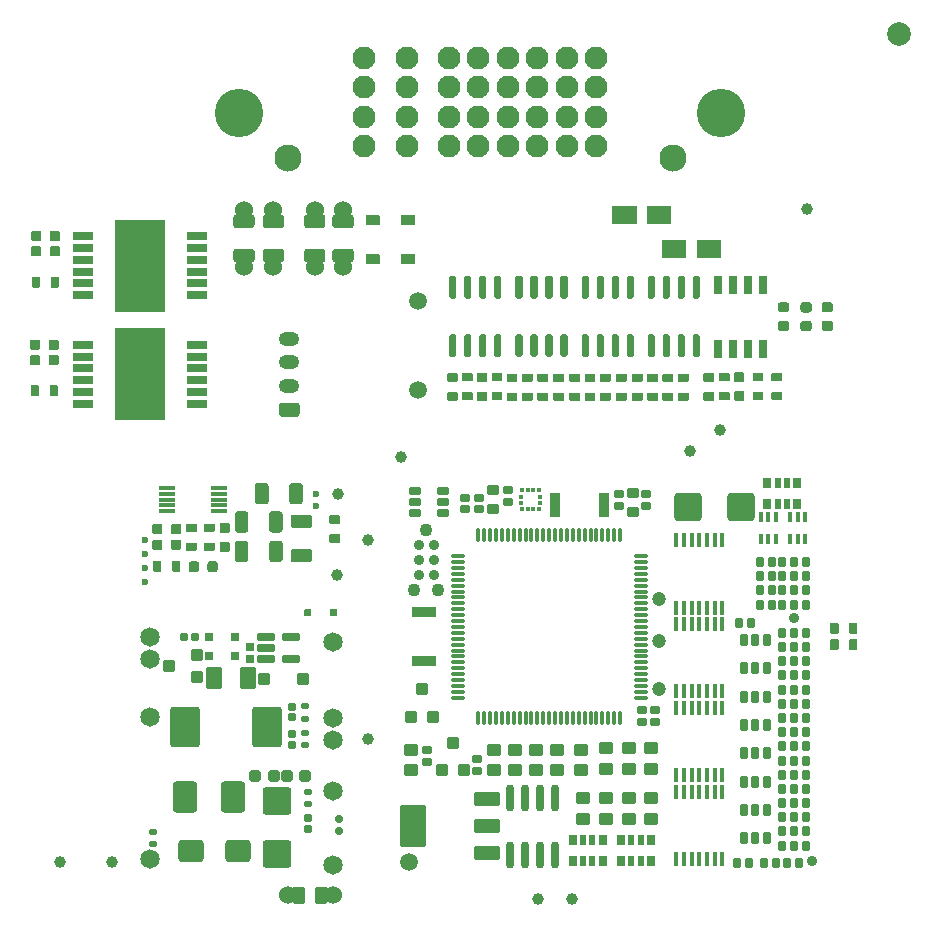
<source format=gts>
G75*
G70*
%OFA0B0*%
%FSLAX25Y25*%
%IPPOS*%
%LPD*%
%AMOC8*
5,1,8,0,0,1.08239X$1,22.5*
%
%AMM108*
21,1,0.029530,0.026380,-0.000000,0.000000,0.000000*
21,1,0.020470,0.035430,-0.000000,0.000000,0.000000*
1,1,0.009060,0.010240,-0.013190*
1,1,0.009060,-0.010240,-0.013190*
1,1,0.009060,-0.010240,0.013190*
1,1,0.009060,0.010240,0.013190*
%
%AMM109*
21,1,0.021650,0.027950,-0.000000,0.000000,0.000000*
21,1,0.014170,0.035430,-0.000000,0.000000,0.000000*
1,1,0.007480,0.007090,-0.013980*
1,1,0.007480,-0.007090,-0.013980*
1,1,0.007480,-0.007090,0.013980*
1,1,0.007480,0.007090,0.013980*
%
%AMM110*
21,1,0.016540,0.028980,-0.000000,0.000000,180.000000*
21,1,0.010080,0.035430,-0.000000,0.000000,180.000000*
1,1,0.006460,-0.005040,0.014490*
1,1,0.006460,0.005040,0.014490*
1,1,0.006460,0.005040,-0.014490*
1,1,0.006460,-0.005040,-0.014490*
%
%AMM111*
21,1,0.027560,0.030710,-0.000000,0.000000,270.000000*
21,1,0.018900,0.039370,-0.000000,0.000000,270.000000*
1,1,0.008660,-0.015350,-0.009450*
1,1,0.008660,-0.015350,0.009450*
1,1,0.008660,0.015350,0.009450*
1,1,0.008660,0.015350,-0.009450*
%
%AMM112*
21,1,0.031500,0.018900,-0.000000,0.000000,180.000000*
21,1,0.022840,0.027560,-0.000000,0.000000,180.000000*
1,1,0.008660,-0.011420,0.009450*
1,1,0.008660,0.011420,0.009450*
1,1,0.008660,0.011420,-0.009450*
1,1,0.008660,-0.011420,-0.009450*
%
%AMM113*
21,1,0.035430,0.072440,-0.000000,0.000000,180.000000*
21,1,0.025200,0.082680,-0.000000,0.000000,180.000000*
1,1,0.010240,-0.012600,0.036220*
1,1,0.010240,0.012600,0.036220*
1,1,0.010240,0.012600,-0.036220*
1,1,0.010240,-0.012600,-0.036220*
%
%AMM114*
21,1,0.031500,0.018900,-0.000000,0.000000,270.000000*
21,1,0.022840,0.027560,-0.000000,0.000000,270.000000*
1,1,0.008660,-0.009450,-0.011420*
1,1,0.008660,-0.009450,0.011420*
1,1,0.008660,0.009450,0.011420*
1,1,0.008660,0.009450,-0.011420*
%
%AMM115*
21,1,0.027560,0.030710,-0.000000,0.000000,0.000000*
21,1,0.018900,0.039370,-0.000000,0.000000,0.000000*
1,1,0.008660,0.009450,-0.015350*
1,1,0.008660,-0.009450,-0.015350*
1,1,0.008660,-0.009450,0.015350*
1,1,0.008660,0.009450,0.015350*
%
%AMM116*
21,1,0.039370,0.030320,-0.000000,0.000000,0.000000*
21,1,0.028350,0.041340,-0.000000,0.000000,0.000000*
1,1,0.011020,0.014170,-0.015160*
1,1,0.011020,-0.014170,-0.015160*
1,1,0.011020,-0.014170,0.015160*
1,1,0.011020,0.014170,0.015160*
%
%AMM117*
21,1,0.047240,0.075980,-0.000000,0.000000,90.000000*
21,1,0.034650,0.088580,-0.000000,0.000000,90.000000*
1,1,0.012600,0.037990,0.017320*
1,1,0.012600,0.037990,-0.017320*
1,1,0.012600,-0.037990,-0.017320*
1,1,0.012600,-0.037990,0.017320*
%
%AMM118*
21,1,0.043310,0.035430,-0.000000,0.000000,90.000000*
21,1,0.031500,0.047240,-0.000000,0.000000,90.000000*
1,1,0.011810,0.017720,0.015750*
1,1,0.011810,0.017720,-0.015750*
1,1,0.011810,-0.017720,-0.015750*
1,1,0.011810,-0.017720,0.015750*
%
%AMM119*
21,1,0.031500,0.030710,-0.000000,0.000000,90.000000*
21,1,0.022050,0.040160,-0.000000,0.000000,90.000000*
1,1,0.009450,0.015350,0.011020*
1,1,0.009450,0.015350,-0.011020*
1,1,0.009450,-0.015350,-0.011020*
1,1,0.009450,-0.015350,0.011020*
%
%AMM120*
21,1,0.035430,0.072440,-0.000000,0.000000,90.000000*
21,1,0.025200,0.082680,-0.000000,0.000000,90.000000*
1,1,0.010240,0.036220,0.012600*
1,1,0.010240,0.036220,-0.012600*
1,1,0.010240,-0.036220,-0.012600*
1,1,0.010240,-0.036220,0.012600*
%
%AMM121*
21,1,0.141730,0.067720,-0.000000,0.000000,90.000000*
21,1,0.120870,0.088580,-0.000000,0.000000,90.000000*
1,1,0.020870,0.033860,0.060430*
1,1,0.020870,0.033860,-0.060430*
1,1,0.020870,-0.033860,-0.060430*
1,1,0.020870,-0.033860,0.060430*
%
%AMM122*
21,1,0.047240,0.075990,-0.000000,0.000000,90.000000*
21,1,0.034650,0.088580,-0.000000,0.000000,90.000000*
1,1,0.012600,0.037990,0.017320*
1,1,0.012600,0.037990,-0.017320*
1,1,0.012600,-0.037990,-0.017320*
1,1,0.012600,-0.037990,0.017320*
%
%AMM123*
21,1,0.090550,0.073230,-0.000000,0.000000,180.000000*
21,1,0.069290,0.094490,-0.000000,0.000000,180.000000*
1,1,0.021260,-0.034650,0.036610*
1,1,0.021260,0.034650,0.036610*
1,1,0.021260,0.034650,-0.036610*
1,1,0.021260,-0.034650,-0.036610*
%
%AMM69*
21,1,0.092130,0.073230,0.000000,0.000000,270.000000*
21,1,0.069290,0.096060,0.000000,0.000000,270.000000*
1,1,0.022840,-0.036610,-0.034650*
1,1,0.022840,-0.036610,0.034650*
1,1,0.022840,0.036610,0.034650*
1,1,0.022840,0.036610,-0.034650*
%
%AMM70*
21,1,0.100000,0.111020,0.000000,0.000000,0.000000*
21,1,0.075590,0.135430,0.000000,0.000000,0.000000*
1,1,0.024410,0.037800,-0.055510*
1,1,0.024410,-0.037800,-0.055510*
1,1,0.024410,-0.037800,0.055510*
1,1,0.024410,0.037800,0.055510*
%
%AMM71*
21,1,0.080320,0.083460,0.000000,0.000000,0.000000*
21,1,0.059840,0.103940,0.000000,0.000000,0.000000*
1,1,0.020470,0.029920,-0.041730*
1,1,0.020470,-0.029920,-0.041730*
1,1,0.020470,-0.029920,0.041730*
1,1,0.020470,0.029920,0.041730*
%
%AMM72*
21,1,0.084250,0.053540,0.000000,0.000000,180.000000*
21,1,0.065350,0.072440,0.000000,0.000000,180.000000*
1,1,0.018900,-0.032680,0.026770*
1,1,0.018900,0.032680,0.026770*
1,1,0.018900,0.032680,-0.026770*
1,1,0.018900,-0.032680,-0.026770*
%
%AMM73*
21,1,0.040950,0.030320,0.000000,0.000000,90.000000*
21,1,0.028350,0.042910,0.000000,0.000000,90.000000*
1,1,0.012600,0.015160,0.014170*
1,1,0.012600,0.015160,-0.014170*
1,1,0.012600,-0.015160,-0.014170*
1,1,0.012600,-0.015160,0.014170*
%
%AMM74*
21,1,0.027170,0.052760,0.000000,0.000000,270.000000*
21,1,0.017320,0.062600,0.000000,0.000000,270.000000*
1,1,0.009840,-0.026380,-0.008660*
1,1,0.009840,-0.026380,0.008660*
1,1,0.009840,0.026380,0.008660*
1,1,0.009840,0.026380,-0.008660*
%
%AMM75*
21,1,0.041340,0.026770,0.000000,0.000000,0.000000*
21,1,0.029130,0.038980,0.000000,0.000000,0.000000*
1,1,0.012210,0.014570,-0.013390*
1,1,0.012210,-0.014570,-0.013390*
1,1,0.012210,-0.014570,0.013390*
1,1,0.012210,0.014570,0.013390*
%
%AMM76*
21,1,0.076380,0.036220,0.000000,0.000000,90.000000*
21,1,0.061810,0.050790,0.000000,0.000000,90.000000*
1,1,0.014570,0.018110,0.030910*
1,1,0.014570,0.018110,-0.030910*
1,1,0.014570,-0.018110,-0.030910*
1,1,0.014570,-0.018110,0.030910*
%
%AMM77*
21,1,0.038980,0.026770,0.000000,0.000000,0.000000*
21,1,0.026770,0.038980,0.000000,0.000000,0.000000*
1,1,0.012210,0.013390,-0.013390*
1,1,0.012210,-0.013390,-0.013390*
1,1,0.012210,-0.013390,0.013390*
1,1,0.012210,0.013390,0.013390*
%
%AMM78*
21,1,0.021260,0.016540,0.000000,0.000000,270.000000*
21,1,0.012600,0.025200,0.000000,0.000000,270.000000*
1,1,0.008660,-0.008270,-0.006300*
1,1,0.008660,-0.008270,0.006300*
1,1,0.008660,0.008270,0.006300*
1,1,0.008660,0.008270,-0.006300*
%
%AMM79*
21,1,0.029130,0.018900,0.000000,0.000000,90.000000*
21,1,0.018900,0.029130,0.000000,0.000000,90.000000*
1,1,0.010240,0.009450,0.009450*
1,1,0.010240,0.009450,-0.009450*
1,1,0.010240,-0.009450,-0.009450*
1,1,0.010240,-0.009450,0.009450*
%
%AMM80*
21,1,0.025200,0.019680,0.000000,0.000000,0.000000*
21,1,0.015750,0.029130,0.000000,0.000000,0.000000*
1,1,0.009450,0.007870,-0.009840*
1,1,0.009450,-0.007870,-0.009840*
1,1,0.009450,-0.007870,0.009840*
1,1,0.009450,0.007870,0.009840*
%
%AMM81*
21,1,0.025200,0.019680,0.000000,0.000000,270.000000*
21,1,0.015750,0.029130,0.000000,0.000000,270.000000*
1,1,0.009450,-0.009840,-0.007870*
1,1,0.009450,-0.009840,0.007870*
1,1,0.009450,0.009840,0.007870*
1,1,0.009450,0.009840,-0.007870*
%
%ADD108O,0.05118X0.01260*%
%ADD109O,0.01260X0.05118*%
%ADD11C,0.03937*%
%ADD111C,0.03494*%
%ADD114R,0.01772X0.01378*%
%ADD115R,0.01378X0.01772*%
%ADD12C,0.06000*%
%ADD127C,0.03543*%
%ADD129C,0.04724*%
%ADD13R,0.02559X0.06004*%
%ADD130C,0.04294*%
%ADD14R,0.06890X0.02559*%
%ADD15R,0.16929X0.31102*%
%ADD16O,0.06890X0.04724*%
%ADD17C,0.02362*%
%ADD172R,0.05512X0.01181*%
%ADD185M69*%
%ADD186M70*%
%ADD187M71*%
%ADD188M72*%
%ADD189M73*%
%ADD190M74*%
%ADD191M75*%
%ADD192M76*%
%ADD193M77*%
%ADD194M78*%
%ADD195M79*%
%ADD196M80*%
%ADD197M81*%
%ADD198C,0.02913*%
%ADD199C,0.06457*%
%ADD230M108*%
%ADD231M109*%
%ADD232M110*%
%ADD233O,0.01575X0.04724*%
%ADD234M111*%
%ADD235M112*%
%ADD236M113*%
%ADD237M114*%
%ADD238M115*%
%ADD239M116*%
%ADD240O,0.02756X0.09055*%
%ADD241M117*%
%ADD242M118*%
%ADD243M119*%
%ADD244M120*%
%ADD245M121*%
%ADD246M122*%
%ADD247M123*%
%ADD30C,0.07677*%
%ADD36C,0.07874*%
%ADD37C,0.05906*%
%ADD52R,0.05906X0.05906*%
%ADD53C,0.16142*%
%ADD54C,0.09055*%
X0000000Y0000000D02*
%LPD*%
G01*
G36*
G01*
X0149823Y0172336D02*
X0146752Y0172336D01*
G75*
G02*
X0146476Y0172612I0000000J0000276D01*
G01*
X0146476Y0174817D01*
G75*
G02*
X0146752Y0175092I0000276J0000000D01*
G01*
X0149823Y0175092D01*
G75*
G02*
X0150098Y0174817I0000000J-000276D01*
G01*
X0150098Y0172612D01*
G75*
G02*
X0149823Y0172336I-000276J0000000D01*
G01*
G37*
G36*
G01*
X0149823Y0178635D02*
X0146752Y0178635D01*
G75*
G02*
X0146476Y0178911I0000000J0000276D01*
G01*
X0146476Y0181116D01*
G75*
G02*
X0146752Y0181391I0000276J0000000D01*
G01*
X0149823Y0181391D01*
G75*
G02*
X0150098Y0181116I0000000J-000276D01*
G01*
X0150098Y0178911D01*
G75*
G02*
X0149823Y0178635I-000276J0000000D01*
G01*
G37*
D11*
X0110236Y0141339D03*
G36*
G01*
X0193091Y0186811D02*
X0191909Y0186811D01*
G75*
G02*
X0191319Y0187402I0000000J0000591D01*
G01*
X0191319Y0193898D01*
G75*
G02*
X0191909Y0194488I0000591J0000000D01*
G01*
X0193091Y0194488D01*
G75*
G02*
X0193681Y0193898I0000000J-000591D01*
G01*
X0193681Y0187402D01*
G75*
G02*
X0193091Y0186811I-000591J0000000D01*
G01*
G37*
G36*
G01*
X0198091Y0186811D02*
X0196909Y0186811D01*
G75*
G02*
X0196319Y0187402I0000000J0000591D01*
G01*
X0196319Y0193898D01*
G75*
G02*
X0196909Y0194488I0000591J0000000D01*
G01*
X0198091Y0194488D01*
G75*
G02*
X0198681Y0193898I0000000J-000591D01*
G01*
X0198681Y0187402D01*
G75*
G02*
X0198091Y0186811I-000591J0000000D01*
G01*
G37*
G36*
G01*
X0203091Y0186811D02*
X0201909Y0186811D01*
G75*
G02*
X0201319Y0187402I0000000J0000591D01*
G01*
X0201319Y0193898D01*
G75*
G02*
X0201909Y0194488I0000591J0000000D01*
G01*
X0203091Y0194488D01*
G75*
G02*
X0203681Y0193898I0000000J-000591D01*
G01*
X0203681Y0187402D01*
G75*
G02*
X0203091Y0186811I-000591J0000000D01*
G01*
G37*
G36*
G01*
X0208091Y0186811D02*
X0206909Y0186811D01*
G75*
G02*
X0206319Y0187402I0000000J0000591D01*
G01*
X0206319Y0193898D01*
G75*
G02*
X0206909Y0194488I0000591J0000000D01*
G01*
X0208091Y0194488D01*
G75*
G02*
X0208681Y0193898I0000000J-000591D01*
G01*
X0208681Y0187402D01*
G75*
G02*
X0208091Y0186811I-000591J0000000D01*
G01*
G37*
G36*
G01*
X0208091Y0206299D02*
X0206909Y0206299D01*
G75*
G02*
X0206319Y0206890I0000000J0000591D01*
G01*
X0206319Y0213386D01*
G75*
G02*
X0206909Y0213976I0000591J0000000D01*
G01*
X0208091Y0213976D01*
G75*
G02*
X0208681Y0213386I0000000J-000591D01*
G01*
X0208681Y0206890D01*
G75*
G02*
X0208091Y0206299I-000591J0000000D01*
G01*
G37*
G36*
G01*
X0203091Y0206299D02*
X0201909Y0206299D01*
G75*
G02*
X0201319Y0206890I0000000J0000591D01*
G01*
X0201319Y0213386D01*
G75*
G02*
X0201909Y0213976I0000591J0000000D01*
G01*
X0203091Y0213976D01*
G75*
G02*
X0203681Y0213386I0000000J-000591D01*
G01*
X0203681Y0206890D01*
G75*
G02*
X0203091Y0206299I-000591J0000000D01*
G01*
G37*
G36*
G01*
X0198091Y0206299D02*
X0196909Y0206299D01*
G75*
G02*
X0196319Y0206890I0000000J0000591D01*
G01*
X0196319Y0213386D01*
G75*
G02*
X0196909Y0213976I0000591J0000000D01*
G01*
X0198091Y0213976D01*
G75*
G02*
X0198681Y0213386I0000000J-000591D01*
G01*
X0198681Y0206890D01*
G75*
G02*
X0198091Y0206299I-000591J0000000D01*
G01*
G37*
G36*
G01*
X0193091Y0206299D02*
X0191909Y0206299D01*
G75*
G02*
X0191319Y0206890I0000000J0000591D01*
G01*
X0191319Y0213386D01*
G75*
G02*
X0191909Y0213976I0000591J0000000D01*
G01*
X0193091Y0213976D01*
G75*
G02*
X0193681Y0213386I0000000J-000591D01*
G01*
X0193681Y0206890D01*
G75*
G02*
X0193091Y0206299I-000591J0000000D01*
G01*
G37*
G36*
G01*
X0245157Y0172185D02*
X0242480Y0172185D01*
G75*
G02*
X0242146Y0172520I0000000J0000335D01*
G01*
X0242146Y0175197D01*
G75*
G02*
X0242480Y0175531I0000335J0000000D01*
G01*
X0245157Y0175531D01*
G75*
G02*
X0245492Y0175197I0000000J-000335D01*
G01*
X0245492Y0172520D01*
G75*
G02*
X0245157Y0172185I-000335J0000000D01*
G01*
G37*
G36*
G01*
X0245157Y0178406D02*
X0242480Y0178406D01*
G75*
G02*
X0242146Y0178740I0000000J0000335D01*
G01*
X0242146Y0181417D01*
G75*
G02*
X0242480Y0181752I0000335J0000000D01*
G01*
X0245157Y0181752D01*
G75*
G02*
X0245492Y0181417I0000000J-000335D01*
G01*
X0245492Y0178740D01*
G75*
G02*
X0245157Y0178406I-000335J0000000D01*
G01*
G37*
G36*
G01*
X0171693Y0181299D02*
X0174764Y0181299D01*
G75*
G02*
X0175039Y0181024I0000000J-000276D01*
G01*
X0175039Y0178819D01*
G75*
G02*
X0174764Y0178543I-000276J0000000D01*
G01*
X0171693Y0178543D01*
G75*
G02*
X0171417Y0178819I0000000J0000276D01*
G01*
X0171417Y0181024D01*
G75*
G02*
X0171693Y0181299I0000276J0000000D01*
G01*
G37*
G36*
G01*
X0171693Y0175000D02*
X0174764Y0175000D01*
G75*
G02*
X0175039Y0174724I0000000J-000276D01*
G01*
X0175039Y0172520D01*
G75*
G02*
X0174764Y0172244I-000276J0000000D01*
G01*
X0171693Y0172244D01*
G75*
G02*
X0171417Y0172520I0000000J0000276D01*
G01*
X0171417Y0174724D01*
G75*
G02*
X0171693Y0175000I0000276J0000000D01*
G01*
G37*
G36*
G01*
X0007461Y0189606D02*
X0007461Y0192283D01*
G75*
G02*
X0007795Y0192618I0000335J0000000D01*
G01*
X0010472Y0192618D01*
G75*
G02*
X0010807Y0192283I0000000J-000335D01*
G01*
X0010807Y0189606D01*
G75*
G02*
X0010472Y0189272I-000335J0000000D01*
G01*
X0007795Y0189272D01*
G75*
G02*
X0007461Y0189606I0000000J0000335D01*
G01*
G37*
G36*
G01*
X0013681Y0189606D02*
X0013681Y0192283D01*
G75*
G02*
X0014016Y0192618I0000335J0000000D01*
G01*
X0016693Y0192618D01*
G75*
G02*
X0017028Y0192283I0000000J-000335D01*
G01*
X0017028Y0189606D01*
G75*
G02*
X0016693Y0189272I-000335J0000000D01*
G01*
X0014016Y0189272D01*
G75*
G02*
X0013681Y0189606I0000000J0000335D01*
G01*
G37*
G36*
G01*
X0283268Y0092480D02*
X0283268Y0089409D01*
G75*
G02*
X0282992Y0089134I-000276J0000000D01*
G01*
X0280787Y0089134D01*
G75*
G02*
X0280512Y0089409I0000000J0000276D01*
G01*
X0280512Y0092480D01*
G75*
G02*
X0280787Y0092756I0000276J0000000D01*
G01*
X0282992Y0092756D01*
G75*
G02*
X0283268Y0092480I0000000J-000276D01*
G01*
G37*
G36*
G01*
X0276969Y0092480D02*
X0276969Y0089409D01*
G75*
G02*
X0276693Y0089134I-000276J0000000D01*
G01*
X0274488Y0089134D01*
G75*
G02*
X0274213Y0089409I0000000J0000276D01*
G01*
X0274213Y0092480D01*
G75*
G02*
X0274488Y0092756I0000276J0000000D01*
G01*
X0276693Y0092756D01*
G75*
G02*
X0276969Y0092480I0000000J-000276D01*
G01*
G37*
G36*
G01*
X0171043Y0186811D02*
X0169862Y0186811D01*
G75*
G02*
X0169272Y0187402I0000000J0000591D01*
G01*
X0169272Y0193898D01*
G75*
G02*
X0169862Y0194488I0000591J0000000D01*
G01*
X0171043Y0194488D01*
G75*
G02*
X0171634Y0193898I0000000J-000591D01*
G01*
X0171634Y0187402D01*
G75*
G02*
X0171043Y0186811I-000591J0000000D01*
G01*
G37*
G36*
G01*
X0176043Y0186811D02*
X0174862Y0186811D01*
G75*
G02*
X0174272Y0187402I0000000J0000591D01*
G01*
X0174272Y0193898D01*
G75*
G02*
X0174862Y0194488I0000591J0000000D01*
G01*
X0176043Y0194488D01*
G75*
G02*
X0176634Y0193898I0000000J-000591D01*
G01*
X0176634Y0187402D01*
G75*
G02*
X0176043Y0186811I-000591J0000000D01*
G01*
G37*
G36*
G01*
X0181043Y0186811D02*
X0179862Y0186811D01*
G75*
G02*
X0179272Y0187402I0000000J0000591D01*
G01*
X0179272Y0193898D01*
G75*
G02*
X0179862Y0194488I0000591J0000000D01*
G01*
X0181043Y0194488D01*
G75*
G02*
X0181634Y0193898I0000000J-000591D01*
G01*
X0181634Y0187402D01*
G75*
G02*
X0181043Y0186811I-000591J0000000D01*
G01*
G37*
G36*
G01*
X0186043Y0186811D02*
X0184862Y0186811D01*
G75*
G02*
X0184272Y0187402I0000000J0000591D01*
G01*
X0184272Y0193898D01*
G75*
G02*
X0184862Y0194488I0000591J0000000D01*
G01*
X0186043Y0194488D01*
G75*
G02*
X0186634Y0193898I0000000J-000591D01*
G01*
X0186634Y0187402D01*
G75*
G02*
X0186043Y0186811I-000591J0000000D01*
G01*
G37*
G36*
G01*
X0186043Y0206299D02*
X0184862Y0206299D01*
G75*
G02*
X0184272Y0206890I0000000J0000591D01*
G01*
X0184272Y0213386D01*
G75*
G02*
X0184862Y0213976I0000591J0000000D01*
G01*
X0186043Y0213976D01*
G75*
G02*
X0186634Y0213386I0000000J-000591D01*
G01*
X0186634Y0206890D01*
G75*
G02*
X0186043Y0206299I-000591J0000000D01*
G01*
G37*
G36*
G01*
X0181043Y0206299D02*
X0179862Y0206299D01*
G75*
G02*
X0179272Y0206890I0000000J0000591D01*
G01*
X0179272Y0213386D01*
G75*
G02*
X0179862Y0213976I0000591J0000000D01*
G01*
X0181043Y0213976D01*
G75*
G02*
X0181634Y0213386I0000000J-000591D01*
G01*
X0181634Y0206890D01*
G75*
G02*
X0181043Y0206299I-000591J0000000D01*
G01*
G37*
G36*
G01*
X0176043Y0206299D02*
X0174862Y0206299D01*
G75*
G02*
X0174272Y0206890I0000000J0000591D01*
G01*
X0174272Y0213386D01*
G75*
G02*
X0174862Y0213976I0000591J0000000D01*
G01*
X0176043Y0213976D01*
G75*
G02*
X0176634Y0213386I0000000J-000591D01*
G01*
X0176634Y0206890D01*
G75*
G02*
X0176043Y0206299I-000591J0000000D01*
G01*
G37*
G36*
G01*
X0171043Y0206299D02*
X0169862Y0206299D01*
G75*
G02*
X0169272Y0206890I0000000J0000591D01*
G01*
X0169272Y0213386D01*
G75*
G02*
X0169862Y0213976I0000591J0000000D01*
G01*
X0171043Y0213976D01*
G75*
G02*
X0171634Y0213386I0000000J-000591D01*
G01*
X0171634Y0206890D01*
G75*
G02*
X0171043Y0206299I-000591J0000000D01*
G01*
G37*
D12*
X0111811Y0236024D03*
G36*
G01*
X0108268Y0230728D02*
X0108268Y0233445D01*
G75*
G02*
X0109173Y0234350I0000906J0000000D01*
G01*
X0114449Y0234350D01*
G75*
G02*
X0115354Y0233445I0000000J-000906D01*
G01*
X0115354Y0230728D01*
G75*
G02*
X0114449Y0229823I-000906J0000000D01*
G01*
X0109173Y0229823D01*
G75*
G02*
X0108268Y0230728I0000000J0000906D01*
G01*
G37*
G36*
G01*
X0108268Y0219311D02*
X0108268Y0222028D01*
G75*
G02*
X0109173Y0222933I0000906J0000000D01*
G01*
X0114449Y0222933D01*
G75*
G02*
X0115354Y0222028I0000000J-000906D01*
G01*
X0115354Y0219311D01*
G75*
G02*
X0114449Y0218405I-000906J0000000D01*
G01*
X0109173Y0218405D01*
G75*
G02*
X0108268Y0219311I0000000J0000906D01*
G01*
G37*
X0111811Y0216732D03*
D11*
X0017323Y0018504D03*
G36*
G01*
X0202985Y0181319D02*
X0206056Y0181319D01*
G75*
G02*
X0206331Y0181043I0000000J-000276D01*
G01*
X0206331Y0178839D01*
G75*
G02*
X0206056Y0178563I-000276J0000000D01*
G01*
X0202985Y0178563D01*
G75*
G02*
X0202709Y0178839I0000000J0000276D01*
G01*
X0202709Y0181043D01*
G75*
G02*
X0202985Y0181319I0000276J0000000D01*
G01*
G37*
G36*
G01*
X0202985Y0175020D02*
X0206056Y0175020D01*
G75*
G02*
X0206331Y0174744I0000000J-000276D01*
G01*
X0206331Y0172539D01*
G75*
G02*
X0206056Y0172264I-000276J0000000D01*
G01*
X0202985Y0172264D01*
G75*
G02*
X0202709Y0172539I0000000J0000276D01*
G01*
X0202709Y0174744D01*
G75*
G02*
X0202985Y0175020I0000276J0000000D01*
G01*
G37*
D13*
X0236850Y0189421D03*
X0241850Y0189421D03*
X0246850Y0189421D03*
X0251850Y0189421D03*
X0251850Y0210776D03*
X0246850Y0210776D03*
X0241850Y0210776D03*
X0236850Y0210776D03*
G36*
G01*
X0016732Y0177126D02*
X0016732Y0174055D01*
G75*
G02*
X0016457Y0173780I-000276J0000000D01*
G01*
X0014252Y0173780D01*
G75*
G02*
X0013976Y0174055I0000000J0000276D01*
G01*
X0013976Y0177126D01*
G75*
G02*
X0014252Y0177402I0000276J0000000D01*
G01*
X0016457Y0177402D01*
G75*
G02*
X0016732Y0177126I0000000J-000276D01*
G01*
G37*
G36*
G01*
X0010433Y0177126D02*
X0010433Y0174055D01*
G75*
G02*
X0010157Y0173780I-000276J0000000D01*
G01*
X0007953Y0173780D01*
G75*
G02*
X0007677Y0174055I0000000J0000276D01*
G01*
X0007677Y0177126D01*
G75*
G02*
X0007953Y0177402I0000276J0000000D01*
G01*
X0010157Y0177402D01*
G75*
G02*
X0010433Y0177126I0000000J-000276D01*
G01*
G37*
G36*
G01*
X0213425Y0181299D02*
X0216496Y0181299D01*
G75*
G02*
X0216772Y0181024I0000000J-000276D01*
G01*
X0216772Y0178819D01*
G75*
G02*
X0216496Y0178543I-000276J0000000D01*
G01*
X0213425Y0178543D01*
G75*
G02*
X0213150Y0178819I0000000J0000276D01*
G01*
X0213150Y0181024D01*
G75*
G02*
X0213425Y0181299I0000276J0000000D01*
G01*
G37*
G36*
G01*
X0213425Y0175000D02*
X0216496Y0175000D01*
G75*
G02*
X0216772Y0174724I0000000J-000276D01*
G01*
X0216772Y0172520D01*
G75*
G02*
X0216496Y0172244I-000276J0000000D01*
G01*
X0213425Y0172244D01*
G75*
G02*
X0213150Y0172520I0000000J0000276D01*
G01*
X0213150Y0174724D01*
G75*
G02*
X0213425Y0175000I0000276J0000000D01*
G01*
G37*
G36*
G01*
X0007854Y0225827D02*
X0007854Y0228504D01*
G75*
G02*
X0008189Y0228839I0000335J0000000D01*
G01*
X0010866Y0228839D01*
G75*
G02*
X0011201Y0228504I0000000J-000335D01*
G01*
X0011201Y0225827D01*
G75*
G02*
X0010866Y0225492I-000335J0000000D01*
G01*
X0008189Y0225492D01*
G75*
G02*
X0007854Y0225827I0000000J0000335D01*
G01*
G37*
G36*
G01*
X0014075Y0225827D02*
X0014075Y0228504D01*
G75*
G02*
X0014409Y0228839I0000335J0000000D01*
G01*
X0017087Y0228839D01*
G75*
G02*
X0017421Y0228504I0000000J-000335D01*
G01*
X0017421Y0225827D01*
G75*
G02*
X0017087Y0225492I-000335J0000000D01*
G01*
X0014409Y0225492D01*
G75*
G02*
X0014075Y0225827I0000000J0000335D01*
G01*
G37*
G36*
G01*
X0274213Y0094921D02*
X0274213Y0097992D01*
G75*
G02*
X0274488Y0098268I0000276J0000000D01*
G01*
X0276693Y0098268D01*
G75*
G02*
X0276969Y0097992I0000000J-000276D01*
G01*
X0276969Y0094921D01*
G75*
G02*
X0276693Y0094646I-000276J0000000D01*
G01*
X0274488Y0094646D01*
G75*
G02*
X0274213Y0094921I0000000J0000276D01*
G01*
G37*
G36*
G01*
X0280512Y0094921D02*
X0280512Y0097992D01*
G75*
G02*
X0280787Y0098268I0000276J0000000D01*
G01*
X0282992Y0098268D01*
G75*
G02*
X0283268Y0097992I0000000J-000276D01*
G01*
X0283268Y0094921D01*
G75*
G02*
X0282992Y0094646I-000276J0000000D01*
G01*
X0280787Y0094646D01*
G75*
G02*
X0280512Y0094921I0000000J0000276D01*
G01*
G37*
G36*
G01*
X0192559Y0181299D02*
X0195630Y0181299D01*
G75*
G02*
X0195906Y0181024I0000000J-000276D01*
G01*
X0195906Y0178819D01*
G75*
G02*
X0195630Y0178543I-000276J0000000D01*
G01*
X0192559Y0178543D01*
G75*
G02*
X0192283Y0178819I0000000J0000276D01*
G01*
X0192283Y0181024D01*
G75*
G02*
X0192559Y0181299I0000276J0000000D01*
G01*
G37*
G36*
G01*
X0192559Y0175000D02*
X0195630Y0175000D01*
G75*
G02*
X0195906Y0174724I0000000J-000276D01*
G01*
X0195906Y0172520D01*
G75*
G02*
X0195630Y0172244I-000276J0000000D01*
G01*
X0192559Y0172244D01*
G75*
G02*
X0192283Y0172520I0000000J0000276D01*
G01*
X0192283Y0174724D01*
G75*
G02*
X0192559Y0175000I0000276J0000000D01*
G01*
G37*
G36*
G01*
X0179882Y0172244D02*
X0176811Y0172244D01*
G75*
G02*
X0176535Y0172520I0000000J0000276D01*
G01*
X0176535Y0174724D01*
G75*
G02*
X0176811Y0175000I0000276J0000000D01*
G01*
X0179882Y0175000D01*
G75*
G02*
X0180157Y0174724I0000000J-000276D01*
G01*
X0180157Y0172520D01*
G75*
G02*
X0179882Y0172244I-000276J0000000D01*
G01*
G37*
G36*
G01*
X0179882Y0178543D02*
X0176811Y0178543D01*
G75*
G02*
X0176535Y0178819I0000000J0000276D01*
G01*
X0176535Y0181024D01*
G75*
G02*
X0176811Y0181299I0000276J0000000D01*
G01*
X0179882Y0181299D01*
G75*
G02*
X0180157Y0181024I0000000J-000276D01*
G01*
X0180157Y0178819D01*
G75*
G02*
X0179882Y0178543I-000276J0000000D01*
G01*
G37*
D11*
X0034646Y0018504D03*
D14*
X0062992Y0171260D03*
X0062992Y0175197D03*
X0062992Y0179134D03*
X0062992Y0183071D03*
X0062992Y0187008D03*
X0062992Y0190945D03*
X0025197Y0190945D03*
X0025197Y0187008D03*
X0025197Y0183071D03*
X0025197Y0179134D03*
X0025197Y0175197D03*
X0025197Y0171260D03*
D15*
X0044094Y0181102D03*
G36*
G01*
X0109600Y0100443D02*
X0107711Y0100443D01*
G75*
G02*
X0107474Y0100679I0000000J0000236D01*
G01*
X0107474Y0102569D01*
G75*
G02*
X0107711Y0102805I0000236J0000000D01*
G01*
X0109600Y0102805D01*
G75*
G02*
X0109837Y0102569I0000000J-000236D01*
G01*
X0109837Y0100679D01*
G75*
G02*
X0109600Y0100443I-000236J0000000D01*
G01*
G37*
G36*
G01*
X0100939Y0100443D02*
X0099049Y0100443D01*
G75*
G02*
X0098813Y0100679I0000000J0000236D01*
G01*
X0098813Y0102569D01*
G75*
G02*
X0099049Y0102805I0000236J0000000D01*
G01*
X0100939Y0102805D01*
G75*
G02*
X0101175Y0102569I0000000J-000236D01*
G01*
X0101175Y0100679D01*
G75*
G02*
X0100939Y0100443I-000236J0000000D01*
G01*
G37*
G36*
G01*
X0221614Y0172244D02*
X0218543Y0172244D01*
G75*
G02*
X0218268Y0172520I0000000J0000276D01*
G01*
X0218268Y0174724D01*
G75*
G02*
X0218543Y0175000I0000276J0000000D01*
G01*
X0221614Y0175000D01*
G75*
G02*
X0221890Y0174724I0000000J-000276D01*
G01*
X0221890Y0172520D01*
G75*
G02*
X0221614Y0172244I-000276J0000000D01*
G01*
G37*
G36*
G01*
X0221614Y0178543D02*
X0218543Y0178543D01*
G75*
G02*
X0218268Y0178819I0000000J0000276D01*
G01*
X0218268Y0181024D01*
G75*
G02*
X0218543Y0181299I0000276J0000000D01*
G01*
X0221614Y0181299D01*
G75*
G02*
X0221890Y0181024I0000000J-000276D01*
G01*
X0221890Y0178819D01*
G75*
G02*
X0221614Y0178543I-000276J0000000D01*
G01*
G37*
D11*
X0227559Y0155512D03*
G36*
G01*
X0007461Y0184488D02*
X0007461Y0187165D01*
G75*
G02*
X0007795Y0187500I0000335J0000000D01*
G01*
X0010472Y0187500D01*
G75*
G02*
X0010807Y0187165I0000000J-000335D01*
G01*
X0010807Y0184488D01*
G75*
G02*
X0010472Y0184154I-000335J0000000D01*
G01*
X0007795Y0184154D01*
G75*
G02*
X0007461Y0184488I0000000J0000335D01*
G01*
G37*
G36*
G01*
X0013681Y0184488D02*
X0013681Y0187165D01*
G75*
G02*
X0014016Y0187500I0000335J0000000D01*
G01*
X0016693Y0187500D01*
G75*
G02*
X0017028Y0187165I0000000J-000335D01*
G01*
X0017028Y0184488D01*
G75*
G02*
X0016693Y0184154I-000335J0000000D01*
G01*
X0014016Y0184154D01*
G75*
G02*
X0013681Y0184488I0000000J0000335D01*
G01*
G37*
G36*
G01*
X0110591Y0125000D02*
X0107520Y0125000D01*
G75*
G02*
X0107244Y0125276I0000000J0000276D01*
G01*
X0107244Y0127480D01*
G75*
G02*
X0107520Y0127756I0000276J0000000D01*
G01*
X0110591Y0127756D01*
G75*
G02*
X0110866Y0127480I0000000J-000276D01*
G01*
X0110866Y0125276D01*
G75*
G02*
X0110591Y0125000I-000276J0000000D01*
G01*
G37*
G36*
G01*
X0110591Y0131299D02*
X0107520Y0131299D01*
G75*
G02*
X0107244Y0131575I0000000J0000276D01*
G01*
X0107244Y0133780D01*
G75*
G02*
X0107520Y0134055I0000276J0000000D01*
G01*
X0110591Y0134055D01*
G75*
G02*
X0110866Y0133780I0000000J-000276D01*
G01*
X0110866Y0131575D01*
G75*
G02*
X0110591Y0131299I-000276J0000000D01*
G01*
G37*
G36*
G01*
X0096358Y0166929D02*
X0091437Y0166929D01*
G75*
G02*
X0090453Y0167913I0000000J0000984D01*
G01*
X0090453Y0170669D01*
G75*
G02*
X0091437Y0171654I0000984J0000000D01*
G01*
X0096358Y0171654D01*
G75*
G02*
X0097343Y0170669I0000000J-000984D01*
G01*
X0097343Y0167913D01*
G75*
G02*
X0096358Y0166929I-000984J0000000D01*
G01*
G37*
D16*
X0093898Y0177165D03*
X0093898Y0185039D03*
X0093898Y0192913D03*
G36*
G01*
X0215138Y0186811D02*
X0213957Y0186811D01*
G75*
G02*
X0213366Y0187402I0000000J0000591D01*
G01*
X0213366Y0193898D01*
G75*
G02*
X0213957Y0194488I0000591J0000000D01*
G01*
X0215138Y0194488D01*
G75*
G02*
X0215728Y0193898I0000000J-000591D01*
G01*
X0215728Y0187402D01*
G75*
G02*
X0215138Y0186811I-000591J0000000D01*
G01*
G37*
G36*
G01*
X0220138Y0186811D02*
X0218957Y0186811D01*
G75*
G02*
X0218366Y0187402I0000000J0000591D01*
G01*
X0218366Y0193898D01*
G75*
G02*
X0218957Y0194488I0000591J0000000D01*
G01*
X0220138Y0194488D01*
G75*
G02*
X0220728Y0193898I0000000J-000591D01*
G01*
X0220728Y0187402D01*
G75*
G02*
X0220138Y0186811I-000591J0000000D01*
G01*
G37*
G36*
G01*
X0225138Y0186811D02*
X0223957Y0186811D01*
G75*
G02*
X0223366Y0187402I0000000J0000591D01*
G01*
X0223366Y0193898D01*
G75*
G02*
X0223957Y0194488I0000591J0000000D01*
G01*
X0225138Y0194488D01*
G75*
G02*
X0225728Y0193898I0000000J-000591D01*
G01*
X0225728Y0187402D01*
G75*
G02*
X0225138Y0186811I-000591J0000000D01*
G01*
G37*
G36*
G01*
X0230138Y0186811D02*
X0228957Y0186811D01*
G75*
G02*
X0228366Y0187402I0000000J0000591D01*
G01*
X0228366Y0193898D01*
G75*
G02*
X0228957Y0194488I0000591J0000000D01*
G01*
X0230138Y0194488D01*
G75*
G02*
X0230728Y0193898I0000000J-000591D01*
G01*
X0230728Y0187402D01*
G75*
G02*
X0230138Y0186811I-000591J0000000D01*
G01*
G37*
G36*
G01*
X0230138Y0206299D02*
X0228957Y0206299D01*
G75*
G02*
X0228366Y0206890I0000000J0000591D01*
G01*
X0228366Y0213386D01*
G75*
G02*
X0228957Y0213976I0000591J0000000D01*
G01*
X0230138Y0213976D01*
G75*
G02*
X0230728Y0213386I0000000J-000591D01*
G01*
X0230728Y0206890D01*
G75*
G02*
X0230138Y0206299I-000591J0000000D01*
G01*
G37*
G36*
G01*
X0225138Y0206299D02*
X0223957Y0206299D01*
G75*
G02*
X0223366Y0206890I0000000J0000591D01*
G01*
X0223366Y0213386D01*
G75*
G02*
X0223957Y0213976I0000591J0000000D01*
G01*
X0225138Y0213976D01*
G75*
G02*
X0225728Y0213386I0000000J-000591D01*
G01*
X0225728Y0206890D01*
G75*
G02*
X0225138Y0206299I-000591J0000000D01*
G01*
G37*
G36*
G01*
X0220138Y0206299D02*
X0218957Y0206299D01*
G75*
G02*
X0218366Y0206890I0000000J0000591D01*
G01*
X0218366Y0213386D01*
G75*
G02*
X0218957Y0213976I0000591J0000000D01*
G01*
X0220138Y0213976D01*
G75*
G02*
X0220728Y0213386I0000000J-000591D01*
G01*
X0220728Y0206890D01*
G75*
G02*
X0220138Y0206299I-000591J0000000D01*
G01*
G37*
G36*
G01*
X0215138Y0206299D02*
X0213957Y0206299D01*
G75*
G02*
X0213366Y0206890I0000000J0000591D01*
G01*
X0213366Y0213386D01*
G75*
G02*
X0213957Y0213976I0000591J0000000D01*
G01*
X0215138Y0213976D01*
G75*
G02*
X0215728Y0213386I0000000J-000591D01*
G01*
X0215728Y0206890D01*
G75*
G02*
X0215138Y0206299I-000591J0000000D01*
G01*
G37*
D11*
X0109843Y0114173D03*
G36*
G01*
X0235256Y0172343D02*
X0232185Y0172343D01*
G75*
G02*
X0231909Y0172618I0000000J0000276D01*
G01*
X0231909Y0174823D01*
G75*
G02*
X0232185Y0175098I0000276J0000000D01*
G01*
X0235256Y0175098D01*
G75*
G02*
X0235531Y0174823I0000000J-000276D01*
G01*
X0235531Y0172618D01*
G75*
G02*
X0235256Y0172343I-000276J0000000D01*
G01*
G37*
G36*
G01*
X0235256Y0178642D02*
X0232185Y0178642D01*
G75*
G02*
X0231909Y0178917I0000000J0000276D01*
G01*
X0231909Y0181122D01*
G75*
G02*
X0232185Y0181398I0000276J0000000D01*
G01*
X0235256Y0181398D01*
G75*
G02*
X0235531Y0181122I0000000J-000276D01*
G01*
X0235531Y0178917D01*
G75*
G02*
X0235256Y0178642I-000276J0000000D01*
G01*
G37*
D52*
X0206693Y0234252D03*
X0216142Y0234252D03*
G36*
X0207480Y0234252D02*
G01*
X0205512Y0231299D01*
X0201575Y0231299D01*
X0201575Y0237205D01*
X0205512Y0237205D01*
X0207480Y0234252D01*
G37*
G36*
X0215354Y0234252D02*
G01*
X0217323Y0237205D01*
X0221260Y0237205D01*
X0221260Y0231299D01*
X0217323Y0231299D01*
X0215354Y0234252D01*
G37*
G36*
G01*
X0151713Y0181496D02*
X0154783Y0181496D01*
G75*
G02*
X0155059Y0181220I0000000J-000276D01*
G01*
X0155059Y0179016D01*
G75*
G02*
X0154783Y0178740I-000276J0000000D01*
G01*
X0151713Y0178740D01*
G75*
G02*
X0151437Y0179016I0000000J0000276D01*
G01*
X0151437Y0181220D01*
G75*
G02*
X0151713Y0181496I0000276J0000000D01*
G01*
G37*
G36*
G01*
X0151713Y0175197D02*
X0154783Y0175197D01*
G75*
G02*
X0155059Y0174921I0000000J-000276D01*
G01*
X0155059Y0172717D01*
G75*
G02*
X0154783Y0172441I-000276J0000000D01*
G01*
X0151713Y0172441D01*
G75*
G02*
X0151437Y0172717I0000000J0000276D01*
G01*
X0151437Y0174921D01*
G75*
G02*
X0151713Y0175197I0000276J0000000D01*
G01*
G37*
D11*
X0120079Y0125984D03*
D53*
X0237795Y0268307D03*
D54*
X0221654Y0253150D03*
X0093307Y0253150D03*
D53*
X0077165Y0268307D03*
D30*
X0196260Y0257087D03*
X0196260Y0266929D03*
X0196260Y0276772D03*
X0196260Y0286614D03*
X0186417Y0257087D03*
X0186417Y0266929D03*
X0186417Y0276772D03*
X0186417Y0286614D03*
X0176575Y0257087D03*
X0176575Y0266929D03*
X0176575Y0276772D03*
X0176575Y0286614D03*
X0166732Y0257087D03*
X0166732Y0266929D03*
X0166732Y0276772D03*
X0166732Y0286614D03*
X0156890Y0257087D03*
X0156890Y0266929D03*
X0156890Y0276772D03*
X0156890Y0286614D03*
X0147047Y0257087D03*
X0147047Y0266929D03*
X0147047Y0276772D03*
X0147047Y0286614D03*
X0133268Y0257087D03*
X0133268Y0266929D03*
X0133268Y0276772D03*
X0133268Y0286614D03*
X0118701Y0257087D03*
X0118701Y0266929D03*
X0118701Y0276772D03*
X0118701Y0286614D03*
D14*
X0062992Y0207480D03*
X0062992Y0211417D03*
X0062992Y0215354D03*
X0062992Y0219291D03*
X0062992Y0223228D03*
X0062992Y0227165D03*
X0025197Y0227165D03*
X0025197Y0223228D03*
X0025197Y0219291D03*
X0025197Y0215354D03*
X0025197Y0211417D03*
X0025197Y0207480D03*
D15*
X0044094Y0217323D03*
D11*
X0188189Y0006299D03*
X0176772Y0006299D03*
G36*
G01*
X0169646Y0172244D02*
X0166575Y0172244D01*
G75*
G02*
X0166299Y0172520I0000000J0000276D01*
G01*
X0166299Y0174724D01*
G75*
G02*
X0166575Y0175000I0000276J0000000D01*
G01*
X0169646Y0175000D01*
G75*
G02*
X0169921Y0174724I0000000J-000276D01*
G01*
X0169921Y0172520D01*
G75*
G02*
X0169646Y0172244I-000276J0000000D01*
G01*
G37*
G36*
G01*
X0169646Y0178543D02*
X0166575Y0178543D01*
G75*
G02*
X0166299Y0178819I0000000J0000276D01*
G01*
X0166299Y0181024D01*
G75*
G02*
X0166575Y0181299I0000276J0000000D01*
G01*
X0169646Y0181299D01*
G75*
G02*
X0169921Y0181024I0000000J-000276D01*
G01*
X0169921Y0178819D01*
G75*
G02*
X0169646Y0178543I-000276J0000000D01*
G01*
G37*
X0266535Y0236220D03*
G36*
G01*
X0265133Y0205118D02*
X0267151Y0205118D01*
G75*
G02*
X0268012Y0204257I0000000J-000861D01*
G01*
X0268012Y0202534D01*
G75*
G02*
X0267151Y0201673I-000861J0000000D01*
G01*
X0265133Y0201673D01*
G75*
G02*
X0264272Y0202534I0000000J0000861D01*
G01*
X0264272Y0204257D01*
G75*
G02*
X0265133Y0205118I0000861J0000000D01*
G01*
G37*
G36*
G01*
X0265133Y0198917D02*
X0267151Y0198917D01*
G75*
G02*
X0268012Y0198056I0000000J-000861D01*
G01*
X0268012Y0196334D01*
G75*
G02*
X0267151Y0195472I-000861J0000000D01*
G01*
X0265133Y0195472D01*
G75*
G02*
X0264272Y0196334I0000000J0000861D01*
G01*
X0264272Y0198056D01*
G75*
G02*
X0265133Y0198917I0000861J0000000D01*
G01*
G37*
G36*
G01*
X0148996Y0186811D02*
X0147815Y0186811D01*
G75*
G02*
X0147224Y0187402I0000000J0000591D01*
G01*
X0147224Y0193898D01*
G75*
G02*
X0147815Y0194488I0000591J0000000D01*
G01*
X0148996Y0194488D01*
G75*
G02*
X0149587Y0193898I0000000J-000591D01*
G01*
X0149587Y0187402D01*
G75*
G02*
X0148996Y0186811I-000591J0000000D01*
G01*
G37*
G36*
G01*
X0153996Y0186811D02*
X0152815Y0186811D01*
G75*
G02*
X0152224Y0187402I0000000J0000591D01*
G01*
X0152224Y0193898D01*
G75*
G02*
X0152815Y0194488I0000591J0000000D01*
G01*
X0153996Y0194488D01*
G75*
G02*
X0154587Y0193898I0000000J-000591D01*
G01*
X0154587Y0187402D01*
G75*
G02*
X0153996Y0186811I-000591J0000000D01*
G01*
G37*
G36*
G01*
X0158996Y0186811D02*
X0157815Y0186811D01*
G75*
G02*
X0157224Y0187402I0000000J0000591D01*
G01*
X0157224Y0193898D01*
G75*
G02*
X0157815Y0194488I0000591J0000000D01*
G01*
X0158996Y0194488D01*
G75*
G02*
X0159587Y0193898I0000000J-000591D01*
G01*
X0159587Y0187402D01*
G75*
G02*
X0158996Y0186811I-000591J0000000D01*
G01*
G37*
G36*
G01*
X0163996Y0186811D02*
X0162815Y0186811D01*
G75*
G02*
X0162224Y0187402I0000000J0000591D01*
G01*
X0162224Y0193898D01*
G75*
G02*
X0162815Y0194488I0000591J0000000D01*
G01*
X0163996Y0194488D01*
G75*
G02*
X0164587Y0193898I0000000J-000591D01*
G01*
X0164587Y0187402D01*
G75*
G02*
X0163996Y0186811I-000591J0000000D01*
G01*
G37*
G36*
G01*
X0163996Y0206299D02*
X0162815Y0206299D01*
G75*
G02*
X0162224Y0206890I0000000J0000591D01*
G01*
X0162224Y0213386D01*
G75*
G02*
X0162815Y0213976I0000591J0000000D01*
G01*
X0163996Y0213976D01*
G75*
G02*
X0164587Y0213386I0000000J-000591D01*
G01*
X0164587Y0206890D01*
G75*
G02*
X0163996Y0206299I-000591J0000000D01*
G01*
G37*
G36*
G01*
X0158996Y0206299D02*
X0157815Y0206299D01*
G75*
G02*
X0157224Y0206890I0000000J0000591D01*
G01*
X0157224Y0213386D01*
G75*
G02*
X0157815Y0213976I0000591J0000000D01*
G01*
X0158996Y0213976D01*
G75*
G02*
X0159587Y0213386I0000000J-000591D01*
G01*
X0159587Y0206890D01*
G75*
G02*
X0158996Y0206299I-000591J0000000D01*
G01*
G37*
G36*
G01*
X0153996Y0206299D02*
X0152815Y0206299D01*
G75*
G02*
X0152224Y0206890I0000000J0000591D01*
G01*
X0152224Y0213386D01*
G75*
G02*
X0152815Y0213976I0000591J0000000D01*
G01*
X0153996Y0213976D01*
G75*
G02*
X0154587Y0213386I0000000J-000591D01*
G01*
X0154587Y0206890D01*
G75*
G02*
X0153996Y0206299I-000591J0000000D01*
G01*
G37*
G36*
G01*
X0148996Y0206299D02*
X0147815Y0206299D01*
G75*
G02*
X0147224Y0206890I0000000J0000591D01*
G01*
X0147224Y0213386D01*
G75*
G02*
X0147815Y0213976I0000591J0000000D01*
G01*
X0148996Y0213976D01*
G75*
G02*
X0149587Y0213386I0000000J-000591D01*
G01*
X0149587Y0206890D01*
G75*
G02*
X0148996Y0206299I-000591J0000000D01*
G01*
G37*
D12*
X0088583Y0236024D03*
G36*
G01*
X0085039Y0230728D02*
X0085039Y0233445D01*
G75*
G02*
X0085945Y0234350I0000906J0000000D01*
G01*
X0091220Y0234350D01*
G75*
G02*
X0092126Y0233445I0000000J-000906D01*
G01*
X0092126Y0230728D01*
G75*
G02*
X0091220Y0229823I-000906J0000000D01*
G01*
X0085945Y0229823D01*
G75*
G02*
X0085039Y0230728I0000000J0000906D01*
G01*
G37*
G36*
G01*
X0085039Y0219311D02*
X0085039Y0222028D01*
G75*
G02*
X0085945Y0222933I0000906J0000000D01*
G01*
X0091220Y0222933D01*
G75*
G02*
X0092126Y0222028I0000000J-000906D01*
G01*
X0092126Y0219311D01*
G75*
G02*
X0091220Y0218405I-000906J0000000D01*
G01*
X0085945Y0218405D01*
G75*
G02*
X0085039Y0219311I0000000J0000906D01*
G01*
G37*
X0088583Y0216732D03*
D11*
X0237402Y0162598D03*
G36*
G01*
X0223661Y0181299D02*
X0226732Y0181299D01*
G75*
G02*
X0227008Y0181024I0000000J-000276D01*
G01*
X0227008Y0178819D01*
G75*
G02*
X0226732Y0178543I-000276J0000000D01*
G01*
X0223661Y0178543D01*
G75*
G02*
X0223386Y0178819I0000000J0000276D01*
G01*
X0223386Y0181024D01*
G75*
G02*
X0223661Y0181299I0000276J0000000D01*
G01*
G37*
G36*
G01*
X0223661Y0175000D02*
X0226732Y0175000D01*
G75*
G02*
X0227008Y0174724I0000000J-000276D01*
G01*
X0227008Y0172520D01*
G75*
G02*
X0226732Y0172244I-000276J0000000D01*
G01*
X0223661Y0172244D01*
G75*
G02*
X0223386Y0172520I0000000J0000276D01*
G01*
X0223386Y0174724D01*
G75*
G02*
X0223661Y0175000I0000276J0000000D01*
G01*
G37*
G36*
G01*
X0190512Y0172244D02*
X0187441Y0172244D01*
G75*
G02*
X0187165Y0172520I0000000J0000276D01*
G01*
X0187165Y0174724D01*
G75*
G02*
X0187441Y0175000I0000276J0000000D01*
G01*
X0190512Y0175000D01*
G75*
G02*
X0190787Y0174724I0000000J-000276D01*
G01*
X0190787Y0172520D01*
G75*
G02*
X0190512Y0172244I-000276J0000000D01*
G01*
G37*
G36*
G01*
X0190512Y0178543D02*
X0187441Y0178543D01*
G75*
G02*
X0187165Y0178819I0000000J0000276D01*
G01*
X0187165Y0181024D01*
G75*
G02*
X0187441Y0181299I0000276J0000000D01*
G01*
X0190512Y0181299D01*
G75*
G02*
X0190787Y0181024I0000000J-000276D01*
G01*
X0190787Y0178819D01*
G75*
G02*
X0190512Y0178543I-000276J0000000D01*
G01*
G37*
D12*
X0093287Y0007480D03*
G36*
G01*
X0095079Y0005020D02*
X0095079Y0009941D01*
G75*
G02*
X0095472Y0010335I0000394J0000000D01*
G01*
X0098622Y0010335D01*
G75*
G02*
X0099016Y0009941I0000000J-000394D01*
G01*
X0099016Y0005020D01*
G75*
G02*
X0098622Y0004626I-000394J0000000D01*
G01*
X0095472Y0004626D01*
G75*
G02*
X0095079Y0005020I0000000J0000394D01*
G01*
G37*
G36*
G01*
X0102559Y0005020D02*
X0102559Y0009941D01*
G75*
G02*
X0102953Y0010335I0000394J0000000D01*
G01*
X0106102Y0010335D01*
G75*
G02*
X0106496Y0009941I0000000J-000394D01*
G01*
X0106496Y0005020D01*
G75*
G02*
X0106102Y0004626I-000394J0000000D01*
G01*
X0102953Y0004626D01*
G75*
G02*
X0102559Y0005020I0000000J0000394D01*
G01*
G37*
X0108287Y0007480D03*
G36*
G01*
X0017126Y0213346D02*
X0017126Y0210276D01*
G75*
G02*
X0016850Y0210000I-000276J0000000D01*
G01*
X0014646Y0210000D01*
G75*
G02*
X0014370Y0210276I0000000J0000276D01*
G01*
X0014370Y0213346D01*
G75*
G02*
X0014646Y0213622I0000276J0000000D01*
G01*
X0016850Y0213622D01*
G75*
G02*
X0017126Y0213346I0000000J-000276D01*
G01*
G37*
G36*
G01*
X0010827Y0213346D02*
X0010827Y0210276D01*
G75*
G02*
X0010551Y0210000I-000276J0000000D01*
G01*
X0008346Y0210000D01*
G75*
G02*
X0008071Y0210276I0000000J0000276D01*
G01*
X0008071Y0213346D01*
G75*
G02*
X0008346Y0213622I0000276J0000000D01*
G01*
X0010551Y0213622D01*
G75*
G02*
X0010827Y0213346I0000000J-000276D01*
G01*
G37*
G36*
G01*
X0200748Y0172244D02*
X0197677Y0172244D01*
G75*
G02*
X0197402Y0172520I0000000J0000276D01*
G01*
X0197402Y0174724D01*
G75*
G02*
X0197677Y0175000I0000276J0000000D01*
G01*
X0200748Y0175000D01*
G75*
G02*
X0201024Y0174724I0000000J-000276D01*
G01*
X0201024Y0172520D01*
G75*
G02*
X0200748Y0172244I-000276J0000000D01*
G01*
G37*
G36*
G01*
X0200748Y0178543D02*
X0197677Y0178543D01*
G75*
G02*
X0197402Y0178819I0000000J0000276D01*
G01*
X0197402Y0181024D01*
G75*
G02*
X0197677Y0181299I0000276J0000000D01*
G01*
X0200748Y0181299D01*
G75*
G02*
X0201024Y0181024I0000000J-000276D01*
G01*
X0201024Y0178819D01*
G75*
G02*
X0200748Y0178543I-000276J0000000D01*
G01*
G37*
D11*
X0120079Y0059449D03*
G36*
G01*
X0123661Y0217717D02*
X0119646Y0217717D01*
G75*
G02*
X0119291Y0218071I0000000J0000354D01*
G01*
X0119291Y0220906D01*
G75*
G02*
X0119646Y0221260I0000354J0000000D01*
G01*
X0123661Y0221260D01*
G75*
G02*
X0124016Y0220906I0000000J-000354D01*
G01*
X0124016Y0218071D01*
G75*
G02*
X0123661Y0217717I-000354J0000000D01*
G01*
G37*
G36*
G01*
X0123661Y0230709D02*
X0119646Y0230709D01*
G75*
G02*
X0119291Y0231063I0000000J0000354D01*
G01*
X0119291Y0233898D01*
G75*
G02*
X0119646Y0234252I0000354J0000000D01*
G01*
X0123661Y0234252D01*
G75*
G02*
X0124016Y0233898I0000000J-000354D01*
G01*
X0124016Y0231063D01*
G75*
G02*
X0123661Y0230709I-000354J0000000D01*
G01*
G37*
D12*
X0078740Y0236024D03*
G36*
G01*
X0075197Y0230728D02*
X0075197Y0233445D01*
G75*
G02*
X0076102Y0234350I0000906J0000000D01*
G01*
X0081378Y0234350D01*
G75*
G02*
X0082283Y0233445I0000000J-000906D01*
G01*
X0082283Y0230728D01*
G75*
G02*
X0081378Y0229823I-000906J0000000D01*
G01*
X0076102Y0229823D01*
G75*
G02*
X0075197Y0230728I0000000J0000906D01*
G01*
G37*
G36*
G01*
X0075197Y0219311D02*
X0075197Y0222028D01*
G75*
G02*
X0076102Y0222933I0000906J0000000D01*
G01*
X0081378Y0222933D01*
G75*
G02*
X0082283Y0222028I0000000J-000906D01*
G01*
X0082283Y0219311D01*
G75*
G02*
X0081378Y0218405I-000906J0000000D01*
G01*
X0076102Y0218405D01*
G75*
G02*
X0075197Y0219311I0000000J0000906D01*
G01*
G37*
X0078740Y0216732D03*
D11*
X0131102Y0153543D03*
G36*
G01*
X0135472Y0217717D02*
X0131457Y0217717D01*
G75*
G02*
X0131102Y0218071I0000000J0000354D01*
G01*
X0131102Y0220906D01*
G75*
G02*
X0131457Y0221260I0000354J0000000D01*
G01*
X0135472Y0221260D01*
G75*
G02*
X0135827Y0220906I0000000J-000354D01*
G01*
X0135827Y0218071D01*
G75*
G02*
X0135472Y0217717I-000354J0000000D01*
G01*
G37*
G36*
G01*
X0135472Y0230709D02*
X0131457Y0230709D01*
G75*
G02*
X0131102Y0231063I0000000J0000354D01*
G01*
X0131102Y0233898D01*
G75*
G02*
X0131457Y0234252I0000354J0000000D01*
G01*
X0135472Y0234252D01*
G75*
G02*
X0135827Y0233898I0000000J-000354D01*
G01*
X0135827Y0231063D01*
G75*
G02*
X0135472Y0230709I-000354J0000000D01*
G01*
G37*
G36*
G01*
X0211378Y0172244D02*
X0208307Y0172244D01*
G75*
G02*
X0208031Y0172520I0000000J0000276D01*
G01*
X0208031Y0174724D01*
G75*
G02*
X0208307Y0175000I0000276J0000000D01*
G01*
X0211378Y0175000D01*
G75*
G02*
X0211654Y0174724I0000000J-000276D01*
G01*
X0211654Y0172520D01*
G75*
G02*
X0211378Y0172244I-000276J0000000D01*
G01*
G37*
G36*
G01*
X0211378Y0178543D02*
X0208307Y0178543D01*
G75*
G02*
X0208031Y0178819I0000000J0000276D01*
G01*
X0208031Y0181024D01*
G75*
G02*
X0208307Y0181299I0000276J0000000D01*
G01*
X0211378Y0181299D01*
G75*
G02*
X0211654Y0181024I0000000J-000276D01*
G01*
X0211654Y0178819D01*
G75*
G02*
X0211378Y0178543I-000276J0000000D01*
G01*
G37*
G36*
G01*
X0272219Y0205167D02*
X0274237Y0205167D01*
G75*
G02*
X0275098Y0204306I0000000J-000861D01*
G01*
X0275098Y0202584D01*
G75*
G02*
X0274237Y0201722I-000861J0000000D01*
G01*
X0272219Y0201722D01*
G75*
G02*
X0271358Y0202584I0000000J0000861D01*
G01*
X0271358Y0204306D01*
G75*
G02*
X0272219Y0205167I0000861J0000000D01*
G01*
G37*
G36*
G01*
X0272219Y0198967D02*
X0274237Y0198967D01*
G75*
G02*
X0275098Y0198105I0000000J-000861D01*
G01*
X0275098Y0196383D01*
G75*
G02*
X0274237Y0195522I-000861J0000000D01*
G01*
X0272219Y0195522D01*
G75*
G02*
X0271358Y0196383I0000000J0000861D01*
G01*
X0271358Y0198105D01*
G75*
G02*
X0272219Y0198967I0000861J0000000D01*
G01*
G37*
D52*
X0223228Y0222835D03*
X0232677Y0222835D03*
G36*
X0224016Y0222835D02*
G01*
X0222047Y0219882D01*
X0218110Y0219882D01*
X0218110Y0225787D01*
X0222047Y0225787D01*
X0224016Y0222835D01*
G37*
G36*
X0231890Y0222835D02*
G01*
X0233858Y0225787D01*
X0237795Y0225787D01*
X0237795Y0219882D01*
X0233858Y0219882D01*
X0231890Y0222835D01*
G37*
G36*
G01*
X0257953Y0172441D02*
X0254882Y0172441D01*
G75*
G02*
X0254606Y0172717I0000000J0000276D01*
G01*
X0254606Y0174921D01*
G75*
G02*
X0254882Y0175197I0000276J0000000D01*
G01*
X0257953Y0175197D01*
G75*
G02*
X0258228Y0174921I0000000J-000276D01*
G01*
X0258228Y0172717D01*
G75*
G02*
X0257953Y0172441I-000276J0000000D01*
G01*
G37*
G36*
G01*
X0257953Y0178740D02*
X0254882Y0178740D01*
G75*
G02*
X0254606Y0179016I0000000J0000276D01*
G01*
X0254606Y0181220D01*
G75*
G02*
X0254882Y0181496I0000276J0000000D01*
G01*
X0257953Y0181496D01*
G75*
G02*
X0258228Y0181220I0000000J-000276D01*
G01*
X0258228Y0179016D01*
G75*
G02*
X0257953Y0178740I-000276J0000000D01*
G01*
G37*
G36*
G01*
X0251654Y0172441D02*
X0248583Y0172441D01*
G75*
G02*
X0248307Y0172717I0000000J0000276D01*
G01*
X0248307Y0174921D01*
G75*
G02*
X0248583Y0175197I0000276J0000000D01*
G01*
X0251654Y0175197D01*
G75*
G02*
X0251929Y0174921I0000000J-000276D01*
G01*
X0251929Y0172717D01*
G75*
G02*
X0251654Y0172441I-000276J0000000D01*
G01*
G37*
G36*
G01*
X0251654Y0178740D02*
X0248583Y0178740D01*
G75*
G02*
X0248307Y0179016I0000000J0000276D01*
G01*
X0248307Y0181220D01*
G75*
G02*
X0248583Y0181496I0000276J0000000D01*
G01*
X0251654Y0181496D01*
G75*
G02*
X0251929Y0181220I0000000J-000276D01*
G01*
X0251929Y0179016D01*
G75*
G02*
X0251654Y0178740I-000276J0000000D01*
G01*
G37*
G36*
G01*
X0161555Y0181496D02*
X0164626Y0181496D01*
G75*
G02*
X0164902Y0181220I0000000J-000276D01*
G01*
X0164902Y0179016D01*
G75*
G02*
X0164626Y0178740I-000276J0000000D01*
G01*
X0161555Y0178740D01*
G75*
G02*
X0161280Y0179016I0000000J0000276D01*
G01*
X0161280Y0181220D01*
G75*
G02*
X0161555Y0181496I0000276J0000000D01*
G01*
G37*
G36*
G01*
X0161555Y0175197D02*
X0164626Y0175197D01*
G75*
G02*
X0164902Y0174921I0000000J-000276D01*
G01*
X0164902Y0172717D01*
G75*
G02*
X0164626Y0172441I-000276J0000000D01*
G01*
X0161555Y0172441D01*
G75*
G02*
X0161280Y0172717I0000000J0000276D01*
G01*
X0161280Y0174921D01*
G75*
G02*
X0161555Y0175197I0000276J0000000D01*
G01*
G37*
D12*
X0102362Y0236024D03*
G36*
G01*
X0098819Y0230728D02*
X0098819Y0233445D01*
G75*
G02*
X0099724Y0234350I0000906J0000000D01*
G01*
X0105000Y0234350D01*
G75*
G02*
X0105906Y0233445I0000000J-000906D01*
G01*
X0105906Y0230728D01*
G75*
G02*
X0105000Y0229823I-000906J0000000D01*
G01*
X0099724Y0229823D01*
G75*
G02*
X0098819Y0230728I0000000J0000906D01*
G01*
G37*
G36*
G01*
X0098819Y0219311D02*
X0098819Y0222028D01*
G75*
G02*
X0099724Y0222933I0000906J0000000D01*
G01*
X0105000Y0222933D01*
G75*
G02*
X0105906Y0222028I0000000J-000906D01*
G01*
X0105906Y0219311D01*
G75*
G02*
X0105000Y0218405I-000906J0000000D01*
G01*
X0099724Y0218405D01*
G75*
G02*
X0098819Y0219311I0000000J0000906D01*
G01*
G37*
X0102362Y0216732D03*
G36*
G01*
X0007854Y0220709D02*
X0007854Y0223386D01*
G75*
G02*
X0008189Y0223720I0000335J0000000D01*
G01*
X0010866Y0223720D01*
G75*
G02*
X0011201Y0223386I0000000J-000335D01*
G01*
X0011201Y0220709D01*
G75*
G02*
X0010866Y0220374I-000335J0000000D01*
G01*
X0008189Y0220374D01*
G75*
G02*
X0007854Y0220709I0000000J0000335D01*
G01*
G37*
G36*
G01*
X0014075Y0220709D02*
X0014075Y0223386D01*
G75*
G02*
X0014409Y0223720I0000335J0000000D01*
G01*
X0017087Y0223720D01*
G75*
G02*
X0017421Y0223386I0000000J-000335D01*
G01*
X0017421Y0220709D01*
G75*
G02*
X0017087Y0220374I-000335J0000000D01*
G01*
X0014409Y0220374D01*
G75*
G02*
X0014075Y0220709I0000000J0000335D01*
G01*
G37*
G36*
G01*
X0257613Y0205167D02*
X0259631Y0205167D01*
G75*
G02*
X0260492Y0204306I0000000J-000861D01*
G01*
X0260492Y0202584D01*
G75*
G02*
X0259631Y0201722I-000861J0000000D01*
G01*
X0257613Y0201722D01*
G75*
G02*
X0256752Y0202584I0000000J0000861D01*
G01*
X0256752Y0204306D01*
G75*
G02*
X0257613Y0205167I0000861J0000000D01*
G01*
G37*
G36*
G01*
X0257613Y0198967D02*
X0259631Y0198967D01*
G75*
G02*
X0260492Y0198105I0000000J-000861D01*
G01*
X0260492Y0196383D01*
G75*
G02*
X0259631Y0195522I-000861J0000000D01*
G01*
X0257613Y0195522D01*
G75*
G02*
X0256752Y0196383I0000000J0000861D01*
G01*
X0256752Y0198105D01*
G75*
G02*
X0257613Y0198967I0000861J0000000D01*
G01*
G37*
G36*
G01*
X0182104Y0181299D02*
X0185175Y0181299D01*
G75*
G02*
X0185450Y0181024I0000000J-000276D01*
G01*
X0185450Y0178819D01*
G75*
G02*
X0185175Y0178543I-000276J0000000D01*
G01*
X0182104Y0178543D01*
G75*
G02*
X0181828Y0178819I0000000J0000276D01*
G01*
X0181828Y0181024D01*
G75*
G02*
X0182104Y0181299I0000276J0000000D01*
G01*
G37*
G36*
G01*
X0182104Y0175000D02*
X0185175Y0175000D01*
G75*
G02*
X0185450Y0174724I0000000J-000276D01*
G01*
X0185450Y0172520D01*
G75*
G02*
X0185175Y0172244I-000276J0000000D01*
G01*
X0182104Y0172244D01*
G75*
G02*
X0181828Y0172520I0000000J0000276D01*
G01*
X0181828Y0174724D01*
G75*
G02*
X0182104Y0175000I0000276J0000000D01*
G01*
G37*
G36*
G01*
X0240374Y0172441D02*
X0237303Y0172441D01*
G75*
G02*
X0237028Y0172717I0000000J0000276D01*
G01*
X0237028Y0174921D01*
G75*
G02*
X0237303Y0175197I0000276J0000000D01*
G01*
X0240374Y0175197D01*
G75*
G02*
X0240650Y0174921I0000000J-000276D01*
G01*
X0240650Y0172717D01*
G75*
G02*
X0240374Y0172441I-000276J0000000D01*
G01*
G37*
G36*
G01*
X0240374Y0178740D02*
X0237303Y0178740D01*
G75*
G02*
X0237028Y0179016I0000000J0000276D01*
G01*
X0237028Y0181220D01*
G75*
G02*
X0237303Y0181496I0000276J0000000D01*
G01*
X0240374Y0181496D01*
G75*
G02*
X0240650Y0181220I0000000J-000276D01*
G01*
X0240650Y0179016D01*
G75*
G02*
X0240374Y0178740I-000276J0000000D01*
G01*
G37*
D17*
X0045915Y0121260D03*
X0045915Y0125984D03*
X0045915Y0116535D03*
X0045915Y0111811D03*
X0102707Y0137244D03*
X0102707Y0141181D03*
D36*
X0297244Y0294488D03*
D37*
X0108563Y0091831D03*
X0108563Y0066634D03*
X0108563Y0059154D03*
X0108563Y0042224D03*
D17*
X0110335Y0032776D03*
X0110335Y0028839D03*
D37*
X0108563Y0017618D03*
X0047539Y0093602D03*
X0047539Y0086319D03*
X0047539Y0066831D03*
X0047539Y0019390D03*
G36*
G01*
X0159665Y0172343D02*
X0156594Y0172343D01*
G75*
G02*
X0156319Y0172618I0000000J0000276D01*
G01*
X0156319Y0174823D01*
G75*
G02*
X0156594Y0175098I0000276J0000000D01*
G01*
X0159665Y0175098D01*
G75*
G02*
X0159941Y0174823I0000000J-000276D01*
G01*
X0159941Y0172618D01*
G75*
G02*
X0159665Y0172343I-000276J0000000D01*
G01*
G37*
G36*
G01*
X0159665Y0178642D02*
X0156594Y0178642D01*
G75*
G02*
X0156319Y0178917I0000000J0000276D01*
G01*
X0156319Y0181122D01*
G75*
G02*
X0156594Y0181398I0000276J0000000D01*
G01*
X0159665Y0181398D01*
G75*
G02*
X0159941Y0181122I0000000J-000276D01*
G01*
X0159941Y0178917D01*
G75*
G02*
X0159665Y0178642I-000276J0000000D01*
G01*
G37*
X0136614Y0175984D03*
X0136614Y0205511D03*
X0271260Y0014173D02*
G01*
G75*
D230*
X0253170Y0137795D02*
D03*
X0253170Y0144882D02*
D03*
X0263209Y0144882D02*
D03*
X0263209Y0137795D02*
D03*
X0204429Y0025984D02*
D03*
X0204429Y0018897D02*
D03*
X0214469Y0018897D02*
D03*
X0214469Y0025984D02*
D03*
X0198327Y0025984D02*
D03*
X0198327Y0018897D02*
D03*
X0188287Y0018897D02*
D03*
X0188287Y0025984D02*
D03*
D231*
X0256614Y0137795D02*
D03*
X0259764Y0137795D02*
D03*
X0259764Y0144882D02*
D03*
X0256614Y0144882D02*
D03*
X0211024Y0018897D02*
D03*
X0207874Y0018897D02*
D03*
X0207874Y0025984D02*
D03*
X0211024Y0025984D02*
D03*
X0194882Y0025984D02*
D03*
X0191732Y0025984D02*
D03*
X0191732Y0018897D02*
D03*
X0194882Y0018897D02*
D03*
D232*
X0256166Y0133583D02*
D03*
X0253607Y0133583D02*
D03*
X0251047Y0133583D02*
D03*
X0256166Y0126103D02*
D03*
X0251047Y0126103D02*
D03*
X0253607Y0126103D02*
D03*
X0260791Y0126103D02*
D03*
X0265910Y0126103D02*
D03*
X0260791Y0133583D02*
D03*
X0263351Y0133583D02*
D03*
X0265910Y0133583D02*
D03*
X0263351Y0126103D02*
D03*
D109*
X0156890Y0066375D02*
D03*
X0158858Y0066375D02*
D03*
X0160827Y0066375D02*
D03*
X0162795Y0066375D02*
D03*
X0164764Y0066375D02*
D03*
X0166732Y0066375D02*
D03*
X0168701Y0066375D02*
D03*
X0170669Y0066375D02*
D03*
X0172638Y0066375D02*
D03*
X0176575Y0066375D02*
D03*
X0178544Y0066375D02*
D03*
X0180512Y0066375D02*
D03*
X0182481Y0066375D02*
D03*
X0184449Y0066375D02*
D03*
X0186418Y0066375D02*
D03*
X0188386Y0066375D02*
D03*
X0190355Y0066375D02*
D03*
X0192323Y0066375D02*
D03*
X0194292Y0066375D02*
D03*
X0196260Y0066375D02*
D03*
X0198228Y0066375D02*
D03*
X0200197Y0066375D02*
D03*
X0202165Y0066375D02*
D03*
X0204134Y0066375D02*
D03*
X0204134Y0127399D02*
D03*
X0202165Y0127399D02*
D03*
X0200197Y0127399D02*
D03*
X0198228Y0127399D02*
D03*
X0196260Y0127399D02*
D03*
X0194292Y0127399D02*
D03*
X0192323Y0127399D02*
D03*
X0190355Y0127399D02*
D03*
X0188386Y0127399D02*
D03*
X0186418Y0127399D02*
D03*
X0184449Y0127399D02*
D03*
X0182481Y0127399D02*
D03*
X0180512Y0127399D02*
D03*
X0178544Y0127399D02*
D03*
X0176575Y0127399D02*
D03*
X0174607Y0127399D02*
D03*
X0172638Y0127399D02*
D03*
X0170669Y0127399D02*
D03*
X0168701Y0127399D02*
D03*
X0166732Y0127399D02*
D03*
X0164764Y0127399D02*
D03*
X0162795Y0127399D02*
D03*
X0160827Y0127399D02*
D03*
X0156890Y0127399D02*
D03*
X0174607Y0066375D02*
D03*
X0158858Y0127399D02*
D03*
D108*
X0211024Y0073265D02*
D03*
X0211024Y0077202D02*
D03*
X0211024Y0079171D02*
D03*
X0211024Y0081139D02*
D03*
X0211024Y0083108D02*
D03*
X0211024Y0085076D02*
D03*
X0211024Y0087045D02*
D03*
X0211024Y0089013D02*
D03*
X0211024Y0090982D02*
D03*
X0211024Y0092950D02*
D03*
X0211024Y0094919D02*
D03*
X0211024Y0096887D02*
D03*
X0211024Y0098856D02*
D03*
X0211024Y0100824D02*
D03*
X0211024Y0102793D02*
D03*
X0211024Y0104761D02*
D03*
X0211024Y0106730D02*
D03*
X0211024Y0108698D02*
D03*
X0211024Y0110667D02*
D03*
X0211024Y0112635D02*
D03*
X0211024Y0114604D02*
D03*
X0211024Y0116572D02*
D03*
X0211024Y0118541D02*
D03*
X0211024Y0120509D02*
D03*
X0150000Y0120509D02*
D03*
X0150000Y0118541D02*
D03*
X0150000Y0116572D02*
D03*
X0150000Y0114604D02*
D03*
X0150000Y0112635D02*
D03*
X0150000Y0110667D02*
D03*
X0150000Y0108698D02*
D03*
X0150000Y0106730D02*
D03*
X0150000Y0104761D02*
D03*
X0150000Y0102793D02*
D03*
X0150000Y0100824D02*
D03*
X0150000Y0098856D02*
D03*
X0150000Y0096887D02*
D03*
X0150000Y0094919D02*
D03*
X0150000Y0092950D02*
D03*
X0150000Y0090982D02*
D03*
X0150000Y0089013D02*
D03*
X0150000Y0087045D02*
D03*
X0150000Y0085076D02*
D03*
X0150000Y0083108D02*
D03*
X0150000Y0081139D02*
D03*
X0150000Y0079171D02*
D03*
X0150000Y0077202D02*
D03*
X0150000Y0075234D02*
D03*
X0150000Y0073265D02*
D03*
X0211024Y0075234D02*
D03*
D233*
X0227953Y0069882D02*
D03*
X0227953Y0097834D02*
D03*
X0227953Y0041929D02*
D03*
X0233071Y0047441D02*
D03*
X0222835Y0075394D02*
D03*
X0225394Y0075394D02*
D03*
X0227953Y0075394D02*
D03*
X0230512Y0075394D02*
D03*
X0233071Y0075394D02*
D03*
X0235630Y0075394D02*
D03*
X0238189Y0075394D02*
D03*
X0222835Y0097834D02*
D03*
X0225394Y0097834D02*
D03*
X0230512Y0097834D02*
D03*
X0233071Y0097834D02*
D03*
X0235630Y0097834D02*
D03*
X0238189Y0097834D02*
D03*
X0222835Y0019488D02*
D03*
X0225394Y0019488D02*
D03*
X0227953Y0019488D02*
D03*
X0230512Y0019488D02*
D03*
X0233071Y0019488D02*
D03*
X0235630Y0019488D02*
D03*
X0238189Y0019488D02*
D03*
X0222835Y0041929D02*
D03*
X0225394Y0041929D02*
D03*
X0230512Y0041929D02*
D03*
X0233071Y0041929D02*
D03*
X0235630Y0041929D02*
D03*
X0238189Y0041929D02*
D03*
X0222835Y0047441D02*
D03*
X0225394Y0047441D02*
D03*
X0227953Y0047441D02*
D03*
X0230512Y0047441D02*
D03*
X0235630Y0047441D02*
D03*
X0238189Y0047441D02*
D03*
X0222835Y0069882D02*
D03*
X0225394Y0069882D02*
D03*
X0230512Y0069882D02*
D03*
X0233071Y0069882D02*
D03*
X0235630Y0069882D02*
D03*
X0238189Y0069882D02*
D03*
X0238189Y0125787D02*
D03*
X0235630Y0125787D02*
D03*
X0233071Y0125787D02*
D03*
X0230512Y0125787D02*
D03*
X0227953Y0125787D02*
D03*
X0225394Y0125787D02*
D03*
X0222835Y0125787D02*
D03*
X0238189Y0103346D02*
D03*
X0235630Y0103346D02*
D03*
X0233071Y0103346D02*
D03*
X0230512Y0103346D02*
D03*
X0227953Y0103346D02*
D03*
X0225394Y0103346D02*
D03*
X0222835Y0103346D02*
D03*
D111*
X0137067Y0124291D02*
D03*
X0142067Y0124291D02*
D03*
X0137067Y0119291D02*
D03*
X0142067Y0119291D02*
D03*
X0137067Y0114291D02*
D03*
X0142067Y0114291D02*
D03*
D234*
X0135827Y0138582D02*
D03*
X0135827Y0142323D02*
D03*
X0135827Y0134842D02*
D03*
X0145276Y0134842D02*
D03*
X0145276Y0138582D02*
D03*
X0145276Y0142323D02*
D03*
D235*
X0157087Y0140032D02*
D03*
X0152362Y0140032D02*
D03*
X0166634Y0138563D02*
D03*
X0139849Y0052023D02*
D03*
X0215715Y0065335D02*
D03*
X0157087Y0136096D02*
D03*
X0166634Y0142501D02*
D03*
X0203618Y0137201D02*
D03*
X0203618Y0141138D02*
D03*
X0212673Y0137201D02*
D03*
X0212673Y0141138D02*
D03*
X0152362Y0136096D02*
D03*
X0139849Y0055960D02*
D03*
X0156564Y0048883D02*
D03*
X0156564Y0052820D02*
D03*
X0215715Y0069272D02*
D03*
X0211419Y0069291D02*
D03*
X0211419Y0065354D02*
D03*
D115*
X0175269Y0142489D02*
D03*
X0177237Y0142489D02*
D03*
X0173300Y0136190D02*
D03*
X0175269Y0136190D02*
D03*
X0171332Y0136190D02*
D03*
X0177237Y0136190D02*
D03*
X0171332Y0142489D02*
D03*
X0173300Y0142489D02*
D03*
D114*
X0177434Y0140324D02*
D03*
X0177434Y0138355D02*
D03*
X0171135Y0138355D02*
D03*
X0171135Y0140324D02*
D03*
D236*
X0182284Y0137584D02*
D03*
X0198819Y0137584D02*
D03*
D237*
X0254725Y0109055D02*
D03*
X0254725Y0118504D02*
D03*
X0254725Y0113779D02*
D03*
X0254725Y0104331D02*
D03*
X0266142Y0118504D02*
D03*
X0266142Y0109055D02*
D03*
X0266142Y0113779D02*
D03*
X0266142Y0104331D02*
D03*
X0247745Y0098121D02*
D03*
X0243808Y0098121D02*
D03*
X0262205Y0104331D02*
D03*
D03*
X0258268Y0104331D02*
D03*
X0262205Y0109055D02*
D03*
X0258268Y0109055D02*
D03*
X0250788Y0104331D02*
D03*
X0262205Y0113779D02*
D03*
X0258268Y0113779D02*
D03*
X0250788Y0109055D02*
D03*
X0250788Y0113779D02*
D03*
X0262205Y0118504D02*
D03*
X0258268Y0118504D02*
D03*
X0262205Y0118504D02*
D03*
X0250788Y0118504D02*
D03*
X0262205Y0109055D02*
D03*
X0262205Y0113779D02*
D03*
X0259843Y0018307D02*
D03*
X0263780Y0018307D02*
D03*
X0262205Y0042913D02*
D03*
X0266142Y0042913D02*
D03*
X0262205Y0057086D02*
D03*
X0266142Y0057086D02*
D03*
X0258268Y0075984D02*
D03*
X0262205Y0075984D02*
D03*
X0266142Y0075984D02*
D03*
X0262205Y0075984D02*
D03*
X0258268Y0090157D02*
D03*
X0262205Y0090157D02*
D03*
X0243110Y0018307D02*
D03*
X0247047Y0018307D02*
D03*
X0262205Y0024016D02*
D03*
X0258268Y0024016D02*
D03*
X0262205Y0028740D02*
D03*
X0258268Y0028740D02*
D03*
X0262205Y0033464D02*
D03*
X0258268Y0033464D02*
D03*
X0262205Y0038189D02*
D03*
X0258268Y0038189D02*
D03*
X0262205Y0024016D02*
D03*
X0266142Y0024016D02*
D03*
X0262205Y0028740D02*
D03*
X0266142Y0028740D02*
D03*
X0262205Y0033464D02*
D03*
X0266142Y0033464D02*
D03*
X0262205Y0038189D02*
D03*
X0266142Y0038189D02*
D03*
X0262205Y0042913D02*
D03*
X0258268Y0042913D02*
D03*
X0262205Y0047638D02*
D03*
X0258268Y0047638D02*
D03*
X0262205Y0052362D02*
D03*
X0258268Y0052362D02*
D03*
X0262205Y0057086D02*
D03*
X0258268Y0057086D02*
D03*
X0262205Y0047638D02*
D03*
X0266142Y0047638D02*
D03*
X0262205Y0052362D02*
D03*
X0266142Y0052362D02*
D03*
X0258268Y0061811D02*
D03*
X0262205Y0061811D02*
D03*
X0258268Y0066535D02*
D03*
X0262205Y0066535D02*
D03*
X0258268Y0071260D02*
D03*
X0262205Y0071260D02*
D03*
X0266142Y0061811D02*
D03*
X0262205Y0061811D02*
D03*
X0266142Y0066535D02*
D03*
X0262205Y0066535D02*
D03*
X0266142Y0071260D02*
D03*
X0262205Y0071260D02*
D03*
X0258268Y0080709D02*
D03*
X0262205Y0080709D02*
D03*
X0258268Y0085433D02*
D03*
X0262205Y0085433D02*
D03*
X0258268Y0094882D02*
D03*
X0262205Y0094882D02*
D03*
X0266142Y0080709D02*
D03*
X0262205Y0080709D02*
D03*
X0266142Y0085433D02*
D03*
X0262205Y0085433D02*
D03*
X0266142Y0090157D02*
D03*
X0262205Y0090157D02*
D03*
X0266142Y0094882D02*
D03*
X0262205Y0094882D02*
D03*
X0252166Y0018307D02*
D03*
X0256103Y0018307D02*
D03*
D238*
X0249213Y0083071D02*
D03*
X0249213Y0064173D02*
D03*
X0249213Y0045275D02*
D03*
X0249213Y0026378D02*
D03*
X0245473Y0054724D02*
D03*
X0249213Y0054724D02*
D03*
X0252953Y0054724D02*
D03*
X0252953Y0045275D02*
D03*
X0245473Y0045275D02*
D03*
X0245473Y0035827D02*
D03*
X0249213Y0035827D02*
D03*
X0252953Y0035827D02*
D03*
X0252953Y0026378D02*
D03*
X0245473Y0026378D02*
D03*
X0245473Y0073622D02*
D03*
X0249213Y0073622D02*
D03*
X0252953Y0073622D02*
D03*
X0252953Y0064173D02*
D03*
X0245473Y0064173D02*
D03*
X0245473Y0092520D02*
D03*
X0249213Y0092520D02*
D03*
X0252953Y0092520D02*
D03*
X0252953Y0083071D02*
D03*
X0245473Y0083071D02*
D03*
D239*
X0152178Y0049086D02*
D03*
X0141929Y0067008D02*
D03*
D240*
X0177301Y0039764D02*
D03*
X0182301Y0020866D02*
D03*
X0167301Y0020866D02*
D03*
X0172301Y0020866D02*
D03*
X0177301Y0020866D02*
D03*
X0167301Y0039764D02*
D03*
X0172301Y0039764D02*
D03*
X0182301Y0039764D02*
D03*
D241*
X0159660Y0021456D02*
D03*
X0159660Y0039567D02*
D03*
D242*
X0191186Y0055918D02*
D03*
X0191734Y0039709D02*
D03*
X0199346Y0056395D02*
D03*
X0206957Y0056395D02*
D03*
X0199346Y0039709D02*
D03*
X0206957Y0039709D02*
D03*
X0214569Y0056395D02*
D03*
X0214569Y0039709D02*
D03*
X0191186Y0049225D02*
D03*
X0199346Y0049702D02*
D03*
X0206957Y0049702D02*
D03*
X0214569Y0049702D02*
D03*
X0199346Y0033016D02*
D03*
X0191734Y0033016D02*
D03*
X0183209Y0049225D02*
D03*
X0183209Y0055918D02*
D03*
X0176122Y0055918D02*
D03*
X0176122Y0049225D02*
D03*
X0169036Y0049225D02*
D03*
X0169036Y0055918D02*
D03*
X0161949Y0055918D02*
D03*
X0161949Y0049225D02*
D03*
X0206957Y0033016D02*
D03*
X0214569Y0033016D02*
D03*
X0134449Y0055918D02*
D03*
X0134449Y0049225D02*
D03*
D243*
X0161862Y0142592D02*
D03*
X0161862Y0136292D02*
D03*
X0208303Y0135232D02*
D03*
X0208303Y0141532D02*
D03*
D244*
X0138920Y0101967D02*
D03*
X0138920Y0085432D02*
D03*
D239*
X0134449Y0067008D02*
D03*
X0138189Y0076260D02*
D03*
X0144698Y0049086D02*
D03*
X0148438Y0058338D02*
D03*
D245*
X0135250Y0030512D02*
D03*
D246*
X0159660Y0030512D02*
D03*
D127*
X0262205Y0099803D02*
D03*
X0268110Y0018897D02*
D03*
D247*
X0244463Y0136994D02*
D03*
X0226747Y0136994D02*
D03*
D129*
X0217126Y0092086D02*
D03*
X0217126Y0106299D02*
D03*
X0217126Y0076299D02*
D03*
D130*
X0139567Y0129291D02*
D03*
X0143567Y0109291D02*
D03*
X0135567Y0109291D02*
D03*
D37*
X0133858Y0018504D02*
D03*
X0104183Y0148425D02*
%LPD*%
G01*
D17*
X0045915Y0121260D03*
X0045915Y0125984D03*
X0045915Y0116535D03*
X0045915Y0111811D03*
X0102707Y0137244D03*
X0102707Y0141181D03*
D172*
X0070325Y0135433D03*
X0070325Y0137401D03*
X0070325Y0139370D03*
X0070325Y0141338D03*
X0070325Y0143307D03*
X0053002Y0143307D03*
X0053002Y0141338D03*
X0053002Y0139370D03*
X0053002Y0137401D03*
X0053002Y0135433D03*
G36*
G01*
X0062805Y0122244D02*
X0059734Y0122244D01*
G75*
G02*
X0059459Y0122519I0000000J0000276D01*
G01*
X0059459Y0124724D01*
G75*
G02*
X0059734Y0125000I0000276J0000000D01*
G01*
X0062805Y0125000D01*
G75*
G02*
X0063081Y0124724I0000000J-000276D01*
G01*
X0063081Y0122519D01*
G75*
G02*
X0062805Y0122244I-000276J0000000D01*
G01*
G37*
G36*
G01*
X0062805Y0128543D02*
X0059734Y0128543D01*
G75*
G02*
X0059459Y0128819I0000000J0000276D01*
G01*
X0059459Y0131023D01*
G75*
G02*
X0059734Y0131299I0000276J0000000D01*
G01*
X0062805Y0131299D01*
G75*
G02*
X0063081Y0131023I0000000J-000276D01*
G01*
X0063081Y0128819D01*
G75*
G02*
X0062805Y0128543I-000276J0000000D01*
G01*
G37*
G36*
G01*
X0048474Y0115590D02*
X0048474Y0118661D01*
G75*
G02*
X0048750Y0118937I0000276J0000000D01*
G01*
X0050955Y0118937D01*
G75*
G02*
X0051230Y0118661I0000000J-000276D01*
G01*
X0051230Y0115590D01*
G75*
G02*
X0050955Y0115315I-000276J0000000D01*
G01*
X0048750Y0115315D01*
G75*
G02*
X0048474Y0115590I0000000J0000276D01*
G01*
G37*
G36*
G01*
X0054774Y0115590D02*
X0054774Y0118661D01*
G75*
G02*
X0055049Y0118937I0000276J0000000D01*
G01*
X0057254Y0118937D01*
G75*
G02*
X0057529Y0118661I0000000J-000276D01*
G01*
X0057529Y0115590D01*
G75*
G02*
X0057254Y0115315I-000276J0000000D01*
G01*
X0055049Y0115315D01*
G75*
G02*
X0054774Y0115590I0000000J0000276D01*
G01*
G37*
G36*
G01*
X0068711Y0122244D02*
X0065640Y0122244D01*
G75*
G02*
X0065364Y0122519I0000000J0000276D01*
G01*
X0065364Y0124724D01*
G75*
G02*
X0065640Y0125000I0000276J0000000D01*
G01*
X0068711Y0125000D01*
G75*
G02*
X0068986Y0124724I0000000J-000276D01*
G01*
X0068986Y0122519D01*
G75*
G02*
X0068711Y0122244I-000276J0000000D01*
G01*
G37*
G36*
G01*
X0068711Y0128543D02*
X0065640Y0128543D01*
G75*
G02*
X0065364Y0128819I0000000J0000276D01*
G01*
X0065364Y0131023D01*
G75*
G02*
X0065640Y0131299I0000276J0000000D01*
G01*
X0068711Y0131299D01*
G75*
G02*
X0068986Y0131023I0000000J-000276D01*
G01*
X0068986Y0128819D01*
G75*
G02*
X0068711Y0128543I-000276J0000000D01*
G01*
G37*
G36*
G01*
X0079360Y0118504D02*
X0076644Y0118504D01*
G75*
G02*
X0075738Y0119409I0000000J0000906D01*
G01*
X0075738Y0124685D01*
G75*
G02*
X0076644Y0125590I0000906J0000000D01*
G01*
X0079360Y0125590D01*
G75*
G02*
X0080266Y0124685I0000000J-000906D01*
G01*
X0080266Y0119409D01*
G75*
G02*
X0079360Y0118504I-000906J0000000D01*
G01*
G37*
G36*
G01*
X0090778Y0118504D02*
X0088061Y0118504D01*
G75*
G02*
X0087155Y0119409I0000000J0000906D01*
G01*
X0087155Y0124685D01*
G75*
G02*
X0088061Y0125590I0000906J0000000D01*
G01*
X0090778Y0125590D01*
G75*
G02*
X0091683Y0124685I0000000J-000906D01*
G01*
X0091683Y0119409D01*
G75*
G02*
X0090778Y0118504I-000906J0000000D01*
G01*
G37*
G36*
G01*
X0079360Y0128346D02*
X0076644Y0128346D01*
G75*
G02*
X0075738Y0129252I0000000J0000906D01*
G01*
X0075738Y0134527D01*
G75*
G02*
X0076644Y0135433I0000906J0000000D01*
G01*
X0079360Y0135433D01*
G75*
G02*
X0080266Y0134527I0000000J-000906D01*
G01*
X0080266Y0129252D01*
G75*
G02*
X0079360Y0128346I-000906J0000000D01*
G01*
G37*
G36*
G01*
X0090778Y0128346D02*
X0088061Y0128346D01*
G75*
G02*
X0087155Y0129252I0000000J0000906D01*
G01*
X0087155Y0134527D01*
G75*
G02*
X0088061Y0135433I0000906J0000000D01*
G01*
X0090778Y0135433D01*
G75*
G02*
X0091683Y0134527I0000000J-000906D01*
G01*
X0091683Y0129252D01*
G75*
G02*
X0090778Y0128346I-000906J0000000D01*
G01*
G37*
G36*
G01*
X0101427Y0122027D02*
X0101427Y0119311D01*
G75*
G02*
X0100522Y0118405I-000906J0000000D01*
G01*
X0095246Y0118405D01*
G75*
G02*
X0094340Y0119311I0000000J0000906D01*
G01*
X0094340Y0122027D01*
G75*
G02*
X0095246Y0122933I0000906J0000000D01*
G01*
X0100522Y0122933D01*
G75*
G02*
X0101427Y0122027I0000000J-000906D01*
G01*
G37*
G36*
G01*
X0101427Y0133445D02*
X0101427Y0130728D01*
G75*
G02*
X0100522Y0129823I-000906J0000000D01*
G01*
X0095246Y0129823D01*
G75*
G02*
X0094340Y0130728I0000000J0000906D01*
G01*
X0094340Y0133445D01*
G75*
G02*
X0095246Y0134350I0000906J0000000D01*
G01*
X0100522Y0134350D01*
G75*
G02*
X0101427Y0133445I0000000J-000906D01*
G01*
G37*
G36*
G01*
X0086053Y0137795D02*
X0083337Y0137795D01*
G75*
G02*
X0082431Y0138701I0000000J0000906D01*
G01*
X0082431Y0143976D01*
G75*
G02*
X0083337Y0144882I0000906J0000000D01*
G01*
X0086053Y0144882D01*
G75*
G02*
X0086959Y0143976I0000000J-000906D01*
G01*
X0086959Y0138701D01*
G75*
G02*
X0086053Y0137795I-000906J0000000D01*
G01*
G37*
G36*
G01*
X0097470Y0137795D02*
X0094754Y0137795D01*
G75*
G02*
X0093848Y0138701I0000000J0000906D01*
G01*
X0093848Y0143976D01*
G75*
G02*
X0094754Y0144882I0000906J0000000D01*
G01*
X0097470Y0144882D01*
G75*
G02*
X0098376Y0143976I0000000J-000906D01*
G01*
X0098376Y0138701D01*
G75*
G02*
X0097470Y0137795I-000906J0000000D01*
G01*
G37*
G36*
G01*
X0060384Y0115920D02*
X0060384Y0117938D01*
G75*
G02*
X0061245Y0118799I0000861J0000000D01*
G01*
X0062967Y0118799D01*
G75*
G02*
X0063829Y0117938I0000000J-000861D01*
G01*
X0063829Y0115920D01*
G75*
G02*
X0062967Y0115059I-000861J0000000D01*
G01*
X0061245Y0115059D01*
G75*
G02*
X0060384Y0115920I0000000J0000861D01*
G01*
G37*
G36*
G01*
X0066585Y0115920D02*
X0066585Y0117938D01*
G75*
G02*
X0067446Y0118799I0000861J0000000D01*
G01*
X0069168Y0118799D01*
G75*
G02*
X0070029Y0117938I0000000J-000861D01*
G01*
X0070029Y0115920D01*
G75*
G02*
X0069168Y0115059I-000861J0000000D01*
G01*
X0067446Y0115059D01*
G75*
G02*
X0066585Y0115920I0000000J0000861D01*
G01*
G37*
G36*
G01*
X0054439Y0122882D02*
X0054439Y0125559D01*
G75*
G02*
X0054774Y0125894I0000335J0000000D01*
G01*
X0057451Y0125894D01*
G75*
G02*
X0057785Y0125559I0000000J-000335D01*
G01*
X0057785Y0122882D01*
G75*
G02*
X0057451Y0122547I-000335J0000000D01*
G01*
X0054774Y0122547D01*
G75*
G02*
X0054439Y0122882I0000000J0000335D01*
G01*
G37*
G36*
G01*
X0048218Y0122882D02*
X0048218Y0125559D01*
G75*
G02*
X0048553Y0125894I0000335J0000000D01*
G01*
X0051230Y0125894D01*
G75*
G02*
X0051565Y0125559I0000000J-000335D01*
G01*
X0051565Y0122882D01*
G75*
G02*
X0051230Y0122547I-000335J0000000D01*
G01*
X0048553Y0122547D01*
G75*
G02*
X0048218Y0122882I0000000J0000335D01*
G01*
G37*
G36*
G01*
X0048218Y0128189D02*
X0048218Y0130866D01*
G75*
G02*
X0048553Y0131201I0000335J0000000D01*
G01*
X0051230Y0131201D01*
G75*
G02*
X0051565Y0130866I0000000J-000335D01*
G01*
X0051565Y0128189D01*
G75*
G02*
X0051230Y0127854I-000335J0000000D01*
G01*
X0048553Y0127854D01*
G75*
G02*
X0048218Y0128189I0000000J0000335D01*
G01*
G37*
G36*
G01*
X0054439Y0128189D02*
X0054439Y0130866D01*
G75*
G02*
X0054774Y0131201I0000335J0000000D01*
G01*
X0057451Y0131201D01*
G75*
G02*
X0057785Y0130866I0000000J-000335D01*
G01*
X0057785Y0128189D01*
G75*
G02*
X0057451Y0127854I-000335J0000000D01*
G01*
X0054774Y0127854D01*
G75*
G02*
X0054439Y0128189I0000000J0000335D01*
G01*
G37*
G36*
G01*
X0073632Y0121988D02*
X0070955Y0121988D01*
G75*
G02*
X0070620Y0122323I0000000J0000335D01*
G01*
X0070620Y0125000D01*
G75*
G02*
X0070955Y0125334I0000335J0000000D01*
G01*
X0073632Y0125334D01*
G75*
G02*
X0073966Y0125000I0000000J-000335D01*
G01*
X0073966Y0122323D01*
G75*
G02*
X0073632Y0121988I-000335J0000000D01*
G01*
G37*
G36*
G01*
X0073632Y0128208D02*
X0070955Y0128208D01*
G75*
G02*
X0070620Y0128543I0000000J0000335D01*
G01*
X0070620Y0131220D01*
G75*
G02*
X0070955Y0131555I0000335J0000000D01*
G01*
X0073632Y0131555D01*
G75*
G02*
X0073966Y0131220I0000000J-000335D01*
G01*
X0073966Y0128543D01*
G75*
G02*
X0073632Y0128208I-000335J0000000D01*
G01*
G37*
X0044587Y0014665D02*
G01*
G75*
D185*
X0089666Y0039032D02*
D03*
X0089666Y0021315D02*
D03*
D186*
X0086339Y0063484D02*
D03*
X0058977Y0063484D02*
D03*
D187*
X0075099Y0040256D02*
D03*
X0058957Y0040256D02*
D03*
D188*
X0076870Y0022145D02*
D03*
X0061122Y0022145D02*
D03*
D189*
X0053931Y0083923D02*
D03*
X0063183Y0080183D02*
D03*
D189*
X0063183Y0087663D02*
D03*
D190*
X0086018Y0093602D02*
D03*
D190*
X0086018Y0089862D02*
D03*
X0086018Y0086122D02*
D03*
X0094482Y0086122D02*
D03*
X0094482Y0093602D02*
D03*
D191*
X0098334Y0079601D02*
D03*
X0085342Y0079601D02*
D03*
D192*
X0080048Y0079889D02*
D03*
X0068630Y0079889D02*
D03*
D193*
X0099233Y0047342D02*
D03*
X0093012Y0047342D02*
D03*
X0088642Y0047342D02*
D03*
X0082422Y0047342D02*
D03*
D194*
X0048556Y0024453D02*
D03*
X0048556Y0028587D02*
D03*
X0099111Y0066327D02*
D03*
X0099111Y0070461D02*
D03*
X0099111Y0061614D02*
D03*
X0099111Y0057480D02*
D03*
X0100003Y0041965D02*
D03*
X0100003Y0037831D02*
D03*
D195*
X0080900Y0086172D02*
D03*
X0080900Y0090109D02*
D03*
X0067225Y0087074D02*
D03*
X0075886Y0087074D02*
D03*
X0067225Y0093471D02*
D03*
X0075886Y0093471D02*
D03*
D196*
X0058852Y0093602D02*
D03*
X0062396Y0093602D02*
D03*
D197*
X0094853Y0070264D02*
D03*
X0094853Y0066720D02*
D03*
X0094853Y0061220D02*
D03*
X0094853Y0057677D02*
D03*
X0100003Y0029664D02*
D03*
X0100003Y0033208D02*
D03*
D198*
X0110335Y0032775D02*
D03*
X0110335Y0028838D02*
D03*
D199*
X0047540Y0086318D02*
D03*
X0047540Y0019389D02*
D03*
X0047540Y0066830D02*
D03*
X0108563Y0066633D02*
D03*
X0108563Y0091830D02*
D03*
X0108563Y0042224D02*
D03*
X0108563Y0059153D02*
D03*
X0108563Y0017618D02*
D03*
X0047540Y0093602D02*
D03*
M02*

</source>
